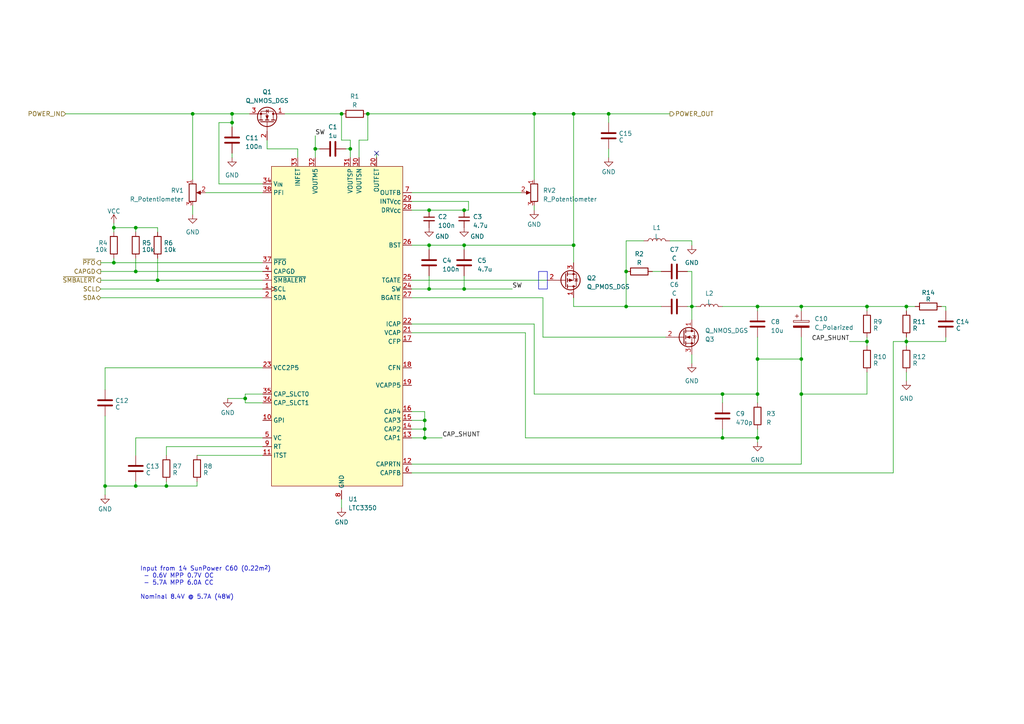
<source format=kicad_sch>
(kicad_sch (version 20221206) (generator eeschema)

  (uuid 4d9e4c23-5f46-4991-8ea2-3fbe8e6217e4)

  (paper "A4")

  (lib_symbols
    (symbol "Device:C" (pin_numbers hide) (pin_names (offset 0.254)) (in_bom yes) (on_board yes)
      (property "Reference" "C" (at 0.635 2.54 0)
        (effects (font (size 1.27 1.27)) (justify left))
      )
      (property "Value" "C" (at 0.635 -2.54 0)
        (effects (font (size 1.27 1.27)) (justify left))
      )
      (property "Footprint" "" (at 0.9652 -3.81 0)
        (effects (font (size 1.27 1.27)) hide)
      )
      (property "Datasheet" "~" (at 0 0 0)
        (effects (font (size 1.27 1.27)) hide)
      )
      (property "ki_keywords" "cap capacitor" (at 0 0 0)
        (effects (font (size 1.27 1.27)) hide)
      )
      (property "ki_description" "Unpolarized capacitor" (at 0 0 0)
        (effects (font (size 1.27 1.27)) hide)
      )
      (property "ki_fp_filters" "C_*" (at 0 0 0)
        (effects (font (size 1.27 1.27)) hide)
      )
      (symbol "C_0_1"
        (polyline
          (pts
            (xy -2.032 -0.762)
            (xy 2.032 -0.762)
          )
          (stroke (width 0.508) (type default))
          (fill (type none))
        )
        (polyline
          (pts
            (xy -2.032 0.762)
            (xy 2.032 0.762)
          )
          (stroke (width 0.508) (type default))
          (fill (type none))
        )
      )
      (symbol "C_1_1"
        (pin passive line (at 0 3.81 270) (length 2.794)
          (name "~" (effects (font (size 1.27 1.27))))
          (number "1" (effects (font (size 1.27 1.27))))
        )
        (pin passive line (at 0 -3.81 90) (length 2.794)
          (name "~" (effects (font (size 1.27 1.27))))
          (number "2" (effects (font (size 1.27 1.27))))
        )
      )
    )
    (symbol "Device:C_Polarized" (pin_numbers hide) (pin_names (offset 0.254)) (in_bom yes) (on_board yes)
      (property "Reference" "C" (at 0.635 2.54 0)
        (effects (font (size 1.27 1.27)) (justify left))
      )
      (property "Value" "C_Polarized" (at 0.635 -2.54 0)
        (effects (font (size 1.27 1.27)) (justify left))
      )
      (property "Footprint" "" (at 0.9652 -3.81 0)
        (effects (font (size 1.27 1.27)) hide)
      )
      (property "Datasheet" "~" (at 0 0 0)
        (effects (font (size 1.27 1.27)) hide)
      )
      (property "ki_keywords" "cap capacitor" (at 0 0 0)
        (effects (font (size 1.27 1.27)) hide)
      )
      (property "ki_description" "Polarized capacitor" (at 0 0 0)
        (effects (font (size 1.27 1.27)) hide)
      )
      (property "ki_fp_filters" "CP_*" (at 0 0 0)
        (effects (font (size 1.27 1.27)) hide)
      )
      (symbol "C_Polarized_0_1"
        (rectangle (start -2.286 0.508) (end 2.286 1.016)
          (stroke (width 0) (type default))
          (fill (type none))
        )
        (polyline
          (pts
            (xy -1.778 2.286)
            (xy -0.762 2.286)
          )
          (stroke (width 0) (type default))
          (fill (type none))
        )
        (polyline
          (pts
            (xy -1.27 2.794)
            (xy -1.27 1.778)
          )
          (stroke (width 0) (type default))
          (fill (type none))
        )
        (rectangle (start 2.286 -0.508) (end -2.286 -1.016)
          (stroke (width 0) (type default))
          (fill (type outline))
        )
      )
      (symbol "C_Polarized_1_1"
        (pin passive line (at 0 3.81 270) (length 2.794)
          (name "~" (effects (font (size 1.27 1.27))))
          (number "1" (effects (font (size 1.27 1.27))))
        )
        (pin passive line (at 0 -3.81 90) (length 2.794)
          (name "~" (effects (font (size 1.27 1.27))))
          (number "2" (effects (font (size 1.27 1.27))))
        )
      )
    )
    (symbol "Device:C_Small" (pin_numbers hide) (pin_names (offset 0.254) hide) (in_bom yes) (on_board yes)
      (property "Reference" "C" (at 0.254 1.778 0)
        (effects (font (size 1.27 1.27)) (justify left))
      )
      (property "Value" "C_Small" (at 0.254 -2.032 0)
        (effects (font (size 1.27 1.27)) (justify left))
      )
      (property "Footprint" "" (at 0 0 0)
        (effects (font (size 1.27 1.27)) hide)
      )
      (property "Datasheet" "~" (at 0 0 0)
        (effects (font (size 1.27 1.27)) hide)
      )
      (property "ki_keywords" "capacitor cap" (at 0 0 0)
        (effects (font (size 1.27 1.27)) hide)
      )
      (property "ki_description" "Unpolarized capacitor, small symbol" (at 0 0 0)
        (effects (font (size 1.27 1.27)) hide)
      )
      (property "ki_fp_filters" "C_*" (at 0 0 0)
        (effects (font (size 1.27 1.27)) hide)
      )
      (symbol "C_Small_0_1"
        (polyline
          (pts
            (xy -1.524 -0.508)
            (xy 1.524 -0.508)
          )
          (stroke (width 0.3302) (type default))
          (fill (type none))
        )
        (polyline
          (pts
            (xy -1.524 0.508)
            (xy 1.524 0.508)
          )
          (stroke (width 0.3048) (type default))
          (fill (type none))
        )
      )
      (symbol "C_Small_1_1"
        (pin passive line (at 0 2.54 270) (length 2.032)
          (name "~" (effects (font (size 1.27 1.27))))
          (number "1" (effects (font (size 1.27 1.27))))
        )
        (pin passive line (at 0 -2.54 90) (length 2.032)
          (name "~" (effects (font (size 1.27 1.27))))
          (number "2" (effects (font (size 1.27 1.27))))
        )
      )
    )
    (symbol "Device:L" (pin_numbers hide) (pin_names (offset 1.016) hide) (in_bom yes) (on_board yes)
      (property "Reference" "L" (at -1.27 0 90)
        (effects (font (size 1.27 1.27)))
      )
      (property "Value" "L" (at 1.905 0 90)
        (effects (font (size 1.27 1.27)))
      )
      (property "Footprint" "" (at 0 0 0)
        (effects (font (size 1.27 1.27)) hide)
      )
      (property "Datasheet" "~" (at 0 0 0)
        (effects (font (size 1.27 1.27)) hide)
      )
      (property "ki_keywords" "inductor choke coil reactor magnetic" (at 0 0 0)
        (effects (font (size 1.27 1.27)) hide)
      )
      (property "ki_description" "Inductor" (at 0 0 0)
        (effects (font (size 1.27 1.27)) hide)
      )
      (property "ki_fp_filters" "Choke_* *Coil* Inductor_* L_*" (at 0 0 0)
        (effects (font (size 1.27 1.27)) hide)
      )
      (symbol "L_0_1"
        (arc (start 0 -2.54) (mid 0.6323 -1.905) (end 0 -1.27)
          (stroke (width 0) (type default))
          (fill (type none))
        )
        (arc (start 0 -1.27) (mid 0.6323 -0.635) (end 0 0)
          (stroke (width 0) (type default))
          (fill (type none))
        )
        (arc (start 0 0) (mid 0.6323 0.635) (end 0 1.27)
          (stroke (width 0) (type default))
          (fill (type none))
        )
        (arc (start 0 1.27) (mid 0.6323 1.905) (end 0 2.54)
          (stroke (width 0) (type default))
          (fill (type none))
        )
      )
      (symbol "L_1_1"
        (pin passive line (at 0 3.81 270) (length 1.27)
          (name "1" (effects (font (size 1.27 1.27))))
          (number "1" (effects (font (size 1.27 1.27))))
        )
        (pin passive line (at 0 -3.81 90) (length 1.27)
          (name "2" (effects (font (size 1.27 1.27))))
          (number "2" (effects (font (size 1.27 1.27))))
        )
      )
    )
    (symbol "Device:Q_NMOS_DGS" (pin_names (offset 0) hide) (in_bom yes) (on_board yes)
      (property "Reference" "Q" (at 5.08 1.27 0)
        (effects (font (size 1.27 1.27)) (justify left))
      )
      (property "Value" "Q_NMOS_DGS" (at 5.08 -1.27 0)
        (effects (font (size 1.27 1.27)) (justify left))
      )
      (property "Footprint" "" (at 5.08 2.54 0)
        (effects (font (size 1.27 1.27)) hide)
      )
      (property "Datasheet" "~" (at 0 0 0)
        (effects (font (size 1.27 1.27)) hide)
      )
      (property "ki_keywords" "transistor NMOS N-MOS N-MOSFET" (at 0 0 0)
        (effects (font (size 1.27 1.27)) hide)
      )
      (property "ki_description" "N-MOSFET transistor, drain/gate/source" (at 0 0 0)
        (effects (font (size 1.27 1.27)) hide)
      )
      (symbol "Q_NMOS_DGS_0_1"
        (polyline
          (pts
            (xy 0.254 0)
            (xy -2.54 0)
          )
          (stroke (width 0) (type default))
          (fill (type none))
        )
        (polyline
          (pts
            (xy 0.254 1.905)
            (xy 0.254 -1.905)
          )
          (stroke (width 0.254) (type default))
          (fill (type none))
        )
        (polyline
          (pts
            (xy 0.762 -1.27)
            (xy 0.762 -2.286)
          )
          (stroke (width 0.254) (type default))
          (fill (type none))
        )
        (polyline
          (pts
            (xy 0.762 0.508)
            (xy 0.762 -0.508)
          )
          (stroke (width 0.254) (type default))
          (fill (type none))
        )
        (polyline
          (pts
            (xy 0.762 2.286)
            (xy 0.762 1.27)
          )
          (stroke (width 0.254) (type default))
          (fill (type none))
        )
        (polyline
          (pts
            (xy 2.54 2.54)
            (xy 2.54 1.778)
          )
          (stroke (width 0) (type default))
          (fill (type none))
        )
        (polyline
          (pts
            (xy 2.54 -2.54)
            (xy 2.54 0)
            (xy 0.762 0)
          )
          (stroke (width 0) (type default))
          (fill (type none))
        )
        (polyline
          (pts
            (xy 0.762 -1.778)
            (xy 3.302 -1.778)
            (xy 3.302 1.778)
            (xy 0.762 1.778)
          )
          (stroke (width 0) (type default))
          (fill (type none))
        )
        (polyline
          (pts
            (xy 1.016 0)
            (xy 2.032 0.381)
            (xy 2.032 -0.381)
            (xy 1.016 0)
          )
          (stroke (width 0) (type default))
          (fill (type outline))
        )
        (polyline
          (pts
            (xy 2.794 0.508)
            (xy 2.921 0.381)
            (xy 3.683 0.381)
            (xy 3.81 0.254)
          )
          (stroke (width 0) (type default))
          (fill (type none))
        )
        (polyline
          (pts
            (xy 3.302 0.381)
            (xy 2.921 -0.254)
            (xy 3.683 -0.254)
            (xy 3.302 0.381)
          )
          (stroke (width 0) (type default))
          (fill (type none))
        )
        (circle (center 1.651 0) (radius 2.794)
          (stroke (width 0.254) (type default))
          (fill (type none))
        )
        (circle (center 2.54 -1.778) (radius 0.254)
          (stroke (width 0) (type default))
          (fill (type outline))
        )
        (circle (center 2.54 1.778) (radius 0.254)
          (stroke (width 0) (type default))
          (fill (type outline))
        )
      )
      (symbol "Q_NMOS_DGS_1_1"
        (pin passive line (at 2.54 5.08 270) (length 2.54)
          (name "D" (effects (font (size 1.27 1.27))))
          (number "1" (effects (font (size 1.27 1.27))))
        )
        (pin input line (at -5.08 0 0) (length 2.54)
          (name "G" (effects (font (size 1.27 1.27))))
          (number "2" (effects (font (size 1.27 1.27))))
        )
        (pin passive line (at 2.54 -5.08 90) (length 2.54)
          (name "S" (effects (font (size 1.27 1.27))))
          (number "3" (effects (font (size 1.27 1.27))))
        )
      )
    )
    (symbol "Device:Q_PMOS_DGS" (pin_names (offset 0) hide) (in_bom yes) (on_board yes)
      (property "Reference" "Q" (at 5.08 1.27 0)
        (effects (font (size 1.27 1.27)) (justify left))
      )
      (property "Value" "Q_PMOS_DGS" (at 5.08 -1.27 0)
        (effects (font (size 1.27 1.27)) (justify left))
      )
      (property "Footprint" "" (at 5.08 2.54 0)
        (effects (font (size 1.27 1.27)) hide)
      )
      (property "Datasheet" "~" (at 0 0 0)
        (effects (font (size 1.27 1.27)) hide)
      )
      (property "ki_keywords" "transistor PMOS P-MOS P-MOSFET" (at 0 0 0)
        (effects (font (size 1.27 1.27)) hide)
      )
      (property "ki_description" "P-MOSFET transistor, drain/gate/source" (at 0 0 0)
        (effects (font (size 1.27 1.27)) hide)
      )
      (symbol "Q_PMOS_DGS_0_1"
        (polyline
          (pts
            (xy 0.254 0)
            (xy -2.54 0)
          )
          (stroke (width 0) (type default))
          (fill (type none))
        )
        (polyline
          (pts
            (xy 0.254 1.905)
            (xy 0.254 -1.905)
          )
          (stroke (width 0.254) (type default))
          (fill (type none))
        )
        (polyline
          (pts
            (xy 0.762 -1.27)
            (xy 0.762 -2.286)
          )
          (stroke (width 0.254) (type default))
          (fill (type none))
        )
        (polyline
          (pts
            (xy 0.762 0.508)
            (xy 0.762 -0.508)
          )
          (stroke (width 0.254) (type default))
          (fill (type none))
        )
        (polyline
          (pts
            (xy 0.762 2.286)
            (xy 0.762 1.27)
          )
          (stroke (width 0.254) (type default))
          (fill (type none))
        )
        (polyline
          (pts
            (xy 2.54 2.54)
            (xy 2.54 1.778)
          )
          (stroke (width 0) (type default))
          (fill (type none))
        )
        (polyline
          (pts
            (xy 2.54 -2.54)
            (xy 2.54 0)
            (xy 0.762 0)
          )
          (stroke (width 0) (type default))
          (fill (type none))
        )
        (polyline
          (pts
            (xy 0.762 1.778)
            (xy 3.302 1.778)
            (xy 3.302 -1.778)
            (xy 0.762 -1.778)
          )
          (stroke (width 0) (type default))
          (fill (type none))
        )
        (polyline
          (pts
            (xy 2.286 0)
            (xy 1.27 0.381)
            (xy 1.27 -0.381)
            (xy 2.286 0)
          )
          (stroke (width 0) (type default))
          (fill (type outline))
        )
        (polyline
          (pts
            (xy 2.794 -0.508)
            (xy 2.921 -0.381)
            (xy 3.683 -0.381)
            (xy 3.81 -0.254)
          )
          (stroke (width 0) (type default))
          (fill (type none))
        )
        (polyline
          (pts
            (xy 3.302 -0.381)
            (xy 2.921 0.254)
            (xy 3.683 0.254)
            (xy 3.302 -0.381)
          )
          (stroke (width 0) (type default))
          (fill (type none))
        )
        (circle (center 1.651 0) (radius 2.794)
          (stroke (width 0.254) (type default))
          (fill (type none))
        )
        (circle (center 2.54 -1.778) (radius 0.254)
          (stroke (width 0) (type default))
          (fill (type outline))
        )
        (circle (center 2.54 1.778) (radius 0.254)
          (stroke (width 0) (type default))
          (fill (type outline))
        )
      )
      (symbol "Q_PMOS_DGS_1_1"
        (pin passive line (at 2.54 5.08 270) (length 2.54)
          (name "D" (effects (font (size 1.27 1.27))))
          (number "1" (effects (font (size 1.27 1.27))))
        )
        (pin input line (at -5.08 0 0) (length 2.54)
          (name "G" (effects (font (size 1.27 1.27))))
          (number "2" (effects (font (size 1.27 1.27))))
        )
        (pin passive line (at 2.54 -5.08 90) (length 2.54)
          (name "S" (effects (font (size 1.27 1.27))))
          (number "3" (effects (font (size 1.27 1.27))))
        )
      )
    )
    (symbol "Device:R" (pin_numbers hide) (pin_names (offset 0)) (in_bom yes) (on_board yes)
      (property "Reference" "R" (at 2.032 0 90)
        (effects (font (size 1.27 1.27)))
      )
      (property "Value" "R" (at 0 0 90)
        (effects (font (size 1.27 1.27)))
      )
      (property "Footprint" "" (at -1.778 0 90)
        (effects (font (size 1.27 1.27)) hide)
      )
      (property "Datasheet" "~" (at 0 0 0)
        (effects (font (size 1.27 1.27)) hide)
      )
      (property "ki_keywords" "R res resistor" (at 0 0 0)
        (effects (font (size 1.27 1.27)) hide)
      )
      (property "ki_description" "Resistor" (at 0 0 0)
        (effects (font (size 1.27 1.27)) hide)
      )
      (property "ki_fp_filters" "R_*" (at 0 0 0)
        (effects (font (size 1.27 1.27)) hide)
      )
      (symbol "R_0_1"
        (rectangle (start -1.016 -2.54) (end 1.016 2.54)
          (stroke (width 0.254) (type default))
          (fill (type none))
        )
      )
      (symbol "R_1_1"
        (pin passive line (at 0 3.81 270) (length 1.27)
          (name "~" (effects (font (size 1.27 1.27))))
          (number "1" (effects (font (size 1.27 1.27))))
        )
        (pin passive line (at 0 -3.81 90) (length 1.27)
          (name "~" (effects (font (size 1.27 1.27))))
          (number "2" (effects (font (size 1.27 1.27))))
        )
      )
    )
    (symbol "Device:R_Potentiometer" (pin_names (offset 1.016) hide) (in_bom yes) (on_board yes)
      (property "Reference" "RV" (at -4.445 0 90)
        (effects (font (size 1.27 1.27)))
      )
      (property "Value" "R_Potentiometer" (at -2.54 0 90)
        (effects (font (size 1.27 1.27)))
      )
      (property "Footprint" "" (at 0 0 0)
        (effects (font (size 1.27 1.27)) hide)
      )
      (property "Datasheet" "~" (at 0 0 0)
        (effects (font (size 1.27 1.27)) hide)
      )
      (property "ki_keywords" "resistor variable" (at 0 0 0)
        (effects (font (size 1.27 1.27)) hide)
      )
      (property "ki_description" "Potentiometer" (at 0 0 0)
        (effects (font (size 1.27 1.27)) hide)
      )
      (property "ki_fp_filters" "Potentiometer*" (at 0 0 0)
        (effects (font (size 1.27 1.27)) hide)
      )
      (symbol "R_Potentiometer_0_1"
        (polyline
          (pts
            (xy 2.54 0)
            (xy 1.524 0)
          )
          (stroke (width 0) (type default))
          (fill (type none))
        )
        (polyline
          (pts
            (xy 1.143 0)
            (xy 2.286 0.508)
            (xy 2.286 -0.508)
            (xy 1.143 0)
          )
          (stroke (width 0) (type default))
          (fill (type outline))
        )
        (rectangle (start 1.016 2.54) (end -1.016 -2.54)
          (stroke (width 0.254) (type default))
          (fill (type none))
        )
      )
      (symbol "R_Potentiometer_1_1"
        (pin passive line (at 0 3.81 270) (length 1.27)
          (name "1" (effects (font (size 1.27 1.27))))
          (number "1" (effects (font (size 1.27 1.27))))
        )
        (pin passive line (at 3.81 0 180) (length 1.27)
          (name "2" (effects (font (size 1.27 1.27))))
          (number "2" (effects (font (size 1.27 1.27))))
        )
        (pin passive line (at 0 -3.81 90) (length 1.27)
          (name "3" (effects (font (size 1.27 1.27))))
          (number "3" (effects (font (size 1.27 1.27))))
        )
      )
    )
    (symbol "ltc3350_psu:LTC3350" (in_bom yes) (on_board yes)
      (property "Reference" "U" (at 0 0 0)
        (effects (font (size 1.27 1.27)))
      )
      (property "Value" "LTC3350" (at 0 0 0)
        (effects (font (size 1.27 1.27)))
      )
      (property "Footprint" "Package_DFN_QFN:QFN-38-1EP_5x7mm_P0.5mm_EP3.15x5.15mm" (at 0 0 0)
        (effects (font (size 1.27 1.27)) hide)
      )
      (property "Datasheet" "https://www.analog.com/media/en/technical-documentation/data-sheets/ltc3350.pdf" (at 0 0 0)
        (effects (font (size 1.27 1.27)) hide)
      )
      (property "ki_keywords" "supercapacitor power pmic backup" (at 0 0 0)
        (effects (font (size 1.27 1.27)) hide)
      )
      (property "ki_description" "High Current Supercapacitor Backup Controller and System Monitor, QFN-38-1EP" (at 0 0 0)
        (effects (font (size 1.27 1.27)) hide)
      )
      (property "ki_fp_filters" "QFN*1EP*5x7mm*P0.5mm*" (at 0 0 0)
        (effects (font (size 1.27 1.27)) hide)
      )
      (symbol "LTC3350_0_0"
        (pin input clock (at -22.86 10.16 0) (length 2.54)
          (name "SCL" (effects (font (size 1.27 1.27))))
          (number "1" (effects (font (size 1.27 1.27))))
        )
        (pin input line (at -22.86 -27.94 0) (length 2.54)
          (name "GPI" (effects (font (size 1.27 1.27))))
          (number "10" (effects (font (size 1.27 1.27))))
        )
        (pin output line (at -22.86 -38.1 0) (length 2.54)
          (name "ITST" (effects (font (size 1.27 1.27))))
          (number "11" (effects (font (size 1.27 1.27))))
        )
        (pin input line (at 20.32 -40.64 180) (length 2.54)
          (name "CAPRTN" (effects (font (size 1.27 1.27))))
          (number "12" (effects (font (size 1.27 1.27))))
        )
        (pin input line (at 20.32 -33.02 180) (length 2.54)
          (name "CAP1" (effects (font (size 1.27 1.27))))
          (number "13" (effects (font (size 1.27 1.27))))
        )
        (pin input line (at 20.32 -30.48 180) (length 2.54)
          (name "CAP2" (effects (font (size 1.27 1.27))))
          (number "14" (effects (font (size 1.27 1.27))))
        )
        (pin input line (at 20.32 -27.94 180) (length 2.54)
          (name "CAP3" (effects (font (size 1.27 1.27))))
          (number "15" (effects (font (size 1.27 1.27))))
        )
        (pin input line (at 20.32 -25.4 180) (length 2.54)
          (name "CAP4" (effects (font (size 1.27 1.27))))
          (number "16" (effects (font (size 1.27 1.27))))
        )
        (pin power_out line (at 20.32 -5.08 180) (length 2.54)
          (name "CFP" (effects (font (size 1.27 1.27))))
          (number "17" (effects (font (size 1.27 1.27))))
        )
        (pin power_out line (at 20.32 -12.7 180) (length 2.54)
          (name "CFN" (effects (font (size 1.27 1.27))))
          (number "18" (effects (font (size 1.27 1.27))))
        )
        (pin power_out line (at 20.32 -17.78 180) (length 2.54)
          (name "VCAPP5" (effects (font (size 1.27 1.27))))
          (number "19" (effects (font (size 1.27 1.27))))
        )
        (pin bidirectional line (at -22.86 7.62 0) (length 2.54)
          (name "SDA" (effects (font (size 1.27 1.27))))
          (number "2" (effects (font (size 1.27 1.27))))
        )
        (pin output line (at 10.16 48.26 270) (length 2.54)
          (name "OUTFET" (effects (font (size 1.27 1.27))))
          (number "20" (effects (font (size 1.27 1.27))))
        )
        (pin input line (at 20.32 -2.54 180) (length 2.54)
          (name "VCAP" (effects (font (size 1.27 1.27))))
          (number "21" (effects (font (size 1.27 1.27))))
        )
        (pin input line (at 20.32 0 180) (length 2.54)
          (name "ICAP" (effects (font (size 1.27 1.27))))
          (number "22" (effects (font (size 1.27 1.27))))
        )
        (pin power_out line (at -22.86 -12.7 0) (length 2.54)
          (name "VCC2P5" (effects (font (size 1.27 1.27))))
          (number "23" (effects (font (size 1.27 1.27))))
        )
        (pin passive line (at 20.32 10.16 180) (length 2.54)
          (name "SW" (effects (font (size 1.27 1.27))))
          (number "24" (effects (font (size 1.27 1.27))))
        )
        (pin output line (at 20.32 12.7 180) (length 2.54)
          (name "TGATE" (effects (font (size 1.27 1.27))))
          (number "25" (effects (font (size 1.27 1.27))))
        )
        (pin power_out line (at 20.32 22.86 180) (length 2.54)
          (name "BST" (effects (font (size 1.27 1.27))))
          (number "26" (effects (font (size 1.27 1.27))))
        )
        (pin output line (at 20.32 7.62 180) (length 2.54)
          (name "BGATE" (effects (font (size 1.27 1.27))))
          (number "27" (effects (font (size 1.27 1.27))))
        )
        (pin power_in line (at 20.32 33.02 180) (length 2.54)
          (name "DRV_{CC}" (effects (font (size 1.27 1.27))))
          (number "28" (effects (font (size 1.27 1.27))))
        )
        (pin power_out line (at 20.32 35.56 180) (length 2.54)
          (name "INTV_{CC}" (effects (font (size 1.27 1.27))))
          (number "29" (effects (font (size 1.27 1.27))))
        )
        (pin open_collector line (at -22.86 12.7 0) (length 2.54)
          (name "~{SMBALERT}" (effects (font (size 1.27 1.27))))
          (number "3" (effects (font (size 1.27 1.27))))
        )
        (pin input line (at 5.08 48.26 270) (length 2.54)
          (name "VOUTSN" (effects (font (size 1.27 1.27))))
          (number "30" (effects (font (size 1.27 1.27))))
        )
        (pin input line (at 2.54 48.26 270) (length 2.54)
          (name "VOUTSP" (effects (font (size 1.27 1.27))))
          (number "31" (effects (font (size 1.27 1.27))))
        )
        (pin power_out line (at -7.62 48.26 270) (length 2.54)
          (name "VOUTM5" (effects (font (size 1.27 1.27))))
          (number "32" (effects (font (size 1.27 1.27))))
        )
        (pin output line (at -12.7 48.26 270) (length 2.54)
          (name "INFET" (effects (font (size 1.27 1.27))))
          (number "33" (effects (font (size 1.27 1.27))))
        )
        (pin power_in line (at -22.86 40.64 0) (length 2.54)
          (name "V_{IN}" (effects (font (size 1.27 1.27))))
          (number "34" (effects (font (size 1.27 1.27))))
        )
        (pin input line (at -22.86 -20.32 0) (length 2.54)
          (name "CAP_SLCT0" (effects (font (size 1.27 1.27))))
          (number "35" (effects (font (size 1.27 1.27))))
        )
        (pin input line (at -22.86 -22.86 0) (length 2.54)
          (name "CAP_SLCT1" (effects (font (size 1.27 1.27))))
          (number "36" (effects (font (size 1.27 1.27))))
        )
        (pin open_collector line (at -22.86 17.78 0) (length 2.54)
          (name "~{PFO}" (effects (font (size 1.27 1.27))))
          (number "37" (effects (font (size 1.27 1.27))))
        )
        (pin input line (at -22.86 38.1 0) (length 2.54)
          (name "PFI" (effects (font (size 1.27 1.27))))
          (number "38" (effects (font (size 1.27 1.27))))
        )
        (pin passive line (at 0 -50.8 90) (length 2.54) hide
          (name "GND" (effects (font (size 1.27 1.27))))
          (number "39" (effects (font (size 1.27 1.27))))
        )
        (pin open_collector line (at -22.86 15.24 0) (length 2.54)
          (name "CAPGD" (effects (font (size 1.27 1.27))))
          (number "4" (effects (font (size 1.27 1.27))))
        )
        (pin output line (at -22.86 -33.02 0) (length 2.54)
          (name "VC" (effects (font (size 1.27 1.27))))
          (number "5" (effects (font (size 1.27 1.27))))
        )
        (pin input line (at 20.32 -43.18 180) (length 2.54)
          (name "CAPFB" (effects (font (size 1.27 1.27))))
          (number "6" (effects (font (size 1.27 1.27))))
        )
        (pin input line (at 20.32 38.1 180) (length 2.54)
          (name "OUTFB" (effects (font (size 1.27 1.27))))
          (number "7" (effects (font (size 1.27 1.27))))
        )
        (pin power_in line (at 0 -50.8 90) (length 2.54)
          (name "GND" (effects (font (size 1.27 1.27))))
          (number "8" (effects (font (size 1.27 1.27))))
        )
        (pin output line (at -22.86 -35.56 0) (length 2.54)
          (name "RT" (effects (font (size 1.27 1.27))))
          (number "9" (effects (font (size 1.27 1.27))))
        )
      )
      (symbol "LTC3350_0_1"
        (rectangle (start -20.32 45.72) (end 17.78 -46.99)
          (stroke (width 0) (type default))
          (fill (type background))
        )
      )
    )
    (symbol "power:GND" (power) (pin_names (offset 0)) (in_bom yes) (on_board yes)
      (property "Reference" "#PWR" (at 0 -6.35 0)
        (effects (font (size 1.27 1.27)) hide)
      )
      (property "Value" "GND" (at 0 -3.81 0)
        (effects (font (size 1.27 1.27)))
      )
      (property "Footprint" "" (at 0 0 0)
        (effects (font (size 1.27 1.27)) hide)
      )
      (property "Datasheet" "" (at 0 0 0)
        (effects (font (size 1.27 1.27)) hide)
      )
      (property "ki_keywords" "global power" (at 0 0 0)
        (effects (font (size 1.27 1.27)) hide)
      )
      (property "ki_description" "Power symbol creates a global label with name \"GND\" , ground" (at 0 0 0)
        (effects (font (size 1.27 1.27)) hide)
      )
      (symbol "GND_0_1"
        (polyline
          (pts
            (xy 0 0)
            (xy 0 -1.27)
            (xy 1.27 -1.27)
            (xy 0 -2.54)
            (xy -1.27 -1.27)
            (xy 0 -1.27)
          )
          (stroke (width 0) (type default))
          (fill (type none))
        )
      )
      (symbol "GND_1_1"
        (pin power_in line (at 0 0 270) (length 0) hide
          (name "GND" (effects (font (size 1.27 1.27))))
          (number "1" (effects (font (size 1.27 1.27))))
        )
      )
    )
    (symbol "power:VCC" (power) (pin_names (offset 0)) (in_bom yes) (on_board yes)
      (property "Reference" "#PWR" (at 0 -3.81 0)
        (effects (font (size 1.27 1.27)) hide)
      )
      (property "Value" "VCC" (at 0 3.81 0)
        (effects (font (size 1.27 1.27)))
      )
      (property "Footprint" "" (at 0 0 0)
        (effects (font (size 1.27 1.27)) hide)
      )
      (property "Datasheet" "" (at 0 0 0)
        (effects (font (size 1.27 1.27)) hide)
      )
      (property "ki_keywords" "global power" (at 0 0 0)
        (effects (font (size 1.27 1.27)) hide)
      )
      (property "ki_description" "Power symbol creates a global label with name \"VCC\"" (at 0 0 0)
        (effects (font (size 1.27 1.27)) hide)
      )
      (symbol "VCC_0_1"
        (polyline
          (pts
            (xy -0.762 1.27)
            (xy 0 2.54)
          )
          (stroke (width 0) (type default))
          (fill (type none))
        )
        (polyline
          (pts
            (xy 0 0)
            (xy 0 2.54)
          )
          (stroke (width 0) (type default))
          (fill (type none))
        )
        (polyline
          (pts
            (xy 0 2.54)
            (xy 0.762 1.27)
          )
          (stroke (width 0) (type default))
          (fill (type none))
        )
      )
      (symbol "VCC_1_1"
        (pin power_in line (at 0 0 90) (length 0) hide
          (name "VCC" (effects (font (size 1.27 1.27))))
          (number "1" (effects (font (size 1.27 1.27))))
        )
      )
    )
  )

  (junction (at 101.6 43.18) (diameter 0) (color 0 0 0 0)
    (uuid 00182ecc-7393-4514-a9aa-b861691ec47f)
  )
  (junction (at 123.19 121.92) (diameter 0) (color 0 0 0 0)
    (uuid 01c60ef3-f424-4616-8962-b1a4b38ed68f)
  )
  (junction (at 30.48 140.97) (diameter 0) (color 0 0 0 0)
    (uuid 02e1600c-21ad-4140-b721-04268d02d73d)
  )
  (junction (at 124.46 60.96) (diameter 0) (color 0 0 0 0)
    (uuid 04000fb5-f526-45d0-baff-279201c8db71)
  )
  (junction (at 134.62 83.82) (diameter 0) (color 0 0 0 0)
    (uuid 05a73ced-ff36-4b25-8754-2acb74de7175)
  )
  (junction (at 45.72 81.28) (diameter 0) (color 0 0 0 0)
    (uuid 06b38c5c-218f-4914-8a7c-1f3b7cefd2db)
  )
  (junction (at 209.55 127) (diameter 0) (color 0 0 0 0)
    (uuid 0ad73791-c667-495a-912d-656360721811)
  )
  (junction (at 91.44 43.18) (diameter 0) (color 0 0 0 0)
    (uuid 16801413-8e1b-466a-96ec-ab479b8d2d01)
  )
  (junction (at 181.61 88.9) (diameter 0) (color 0 0 0 0)
    (uuid 1926b3b7-5c3c-47e6-8cd3-5b04a40ae631)
  )
  (junction (at 134.62 60.96) (diameter 0) (color 0 0 0 0)
    (uuid 1c77d14e-9342-42c1-84ea-117bfba510eb)
  )
  (junction (at 262.89 88.9) (diameter 0) (color 0 0 0 0)
    (uuid 37df256f-60f8-4ef8-bd8c-c60215264dff)
  )
  (junction (at 176.53 33.02) (diameter 0) (color 0 0 0 0)
    (uuid 49892cd9-b52b-4611-9706-4715422ac7ff)
  )
  (junction (at 209.55 114.3) (diameter 0) (color 0 0 0 0)
    (uuid 4d592266-81c0-4464-a8fe-4cf2a442f9b4)
  )
  (junction (at 219.71 114.3) (diameter 0) (color 0 0 0 0)
    (uuid 4dbf45d6-8ac7-4d0b-baa4-4c79307a3274)
  )
  (junction (at 71.12 115.57) (diameter 0) (color 0 0 0 0)
    (uuid 5c3c5814-7705-4133-ae42-f844f957d9e2)
  )
  (junction (at 166.37 33.02) (diameter 0) (color 0 0 0 0)
    (uuid 5d98b113-4cf2-4353-8cf2-06c73be224da)
  )
  (junction (at 67.31 33.02) (diameter 0) (color 0 0 0 0)
    (uuid 603d551b-9571-4316-8e4f-a57101e83806)
  )
  (junction (at 154.94 33.02) (diameter 0) (color 0 0 0 0)
    (uuid 690da531-8dc8-438a-9329-71ee15bd08f1)
  )
  (junction (at 219.71 127) (diameter 0) (color 0 0 0 0)
    (uuid 77b8c8c2-4e19-4fea-8727-99cd9956cf42)
  )
  (junction (at 33.02 76.2) (diameter 0) (color 0 0 0 0)
    (uuid 7be8388f-e426-4db4-8c72-b3a4387938eb)
  )
  (junction (at 123.19 127) (diameter 0) (color 0 0 0 0)
    (uuid 866cf1df-b97f-4046-bbe9-e62f29ebaa17)
  )
  (junction (at 181.61 78.74) (diameter 0) (color 0 0 0 0)
    (uuid 8828690d-91f9-49f0-acc1-1beab885286a)
  )
  (junction (at 200.66 88.9) (diameter 0) (color 0 0 0 0)
    (uuid 88c0395a-57c1-4236-b0ee-8627e447daaa)
  )
  (junction (at 251.46 99.06) (diameter 0) (color 0 0 0 0)
    (uuid 956d2d90-1e36-4702-aae4-fccc68b00c45)
  )
  (junction (at 39.37 66.04) (diameter 0) (color 0 0 0 0)
    (uuid a13a53fa-2e3a-4e1e-87e2-fdbc08147dca)
  )
  (junction (at 166.37 71.12) (diameter 0) (color 0 0 0 0)
    (uuid a377e627-1392-4422-81ed-0d407d1ddff7)
  )
  (junction (at 232.41 88.9) (diameter 0) (color 0 0 0 0)
    (uuid aaabeb50-9af5-49bb-be3b-efea5fe0e292)
  )
  (junction (at 124.46 71.12) (diameter 0) (color 0 0 0 0)
    (uuid acbdfe54-3d72-4e6a-bd3a-0af6b67ff4bb)
  )
  (junction (at 39.37 140.97) (diameter 0) (color 0 0 0 0)
    (uuid b25749ee-edd8-43bb-9f75-f4d6a70dc850)
  )
  (junction (at 48.26 140.97) (diameter 0) (color 0 0 0 0)
    (uuid b3a2f6f0-4c83-4dab-a41b-d33cc8af37ca)
  )
  (junction (at 123.19 124.46) (diameter 0) (color 0 0 0 0)
    (uuid b44a9b79-e01c-4288-8bed-f0358ed6054c)
  )
  (junction (at 55.88 33.02) (diameter 0) (color 0 0 0 0)
    (uuid b73d6863-6a95-45d6-8590-4c7fcd528213)
  )
  (junction (at 134.62 71.12) (diameter 0) (color 0 0 0 0)
    (uuid bc08e3ba-0e97-4c0a-bb63-fc37d551bd5c)
  )
  (junction (at 67.31 35.56) (diameter 0) (color 0 0 0 0)
    (uuid c20d0232-c6e2-4e35-90cb-2909fc1536db)
  )
  (junction (at 33.02 66.04) (diameter 0) (color 0 0 0 0)
    (uuid c2622b4b-01d9-400d-97d9-ed17a5ca8bce)
  )
  (junction (at 251.46 88.9) (diameter 0) (color 0 0 0 0)
    (uuid c421e075-5ed4-43dd-be93-a65aa81c710d)
  )
  (junction (at 232.41 104.14) (diameter 0) (color 0 0 0 0)
    (uuid c6d4709c-f6ca-4ea4-89b1-b4dd8d8cf197)
  )
  (junction (at 262.89 99.06) (diameter 0) (color 0 0 0 0)
    (uuid d1d38d82-8d39-4880-aca3-2c02a366223a)
  )
  (junction (at 99.06 33.02) (diameter 0) (color 0 0 0 0)
    (uuid d1ded065-9308-4013-aecc-a96e1a6b1829)
  )
  (junction (at 39.37 78.74) (diameter 0) (color 0 0 0 0)
    (uuid d3c5ae7e-173f-4abf-aa21-a7eaf4cfa4b0)
  )
  (junction (at 124.46 83.82) (diameter 0) (color 0 0 0 0)
    (uuid dc268cc7-42fc-4b58-8bda-4d8bca2b688f)
  )
  (junction (at 106.68 33.02) (diameter 0) (color 0 0 0 0)
    (uuid e2217441-f75d-4be2-8448-5442edbb51ee)
  )
  (junction (at 232.41 114.3) (diameter 0) (color 0 0 0 0)
    (uuid ed98cdf8-43e7-4e45-a362-06d332c768e3)
  )
  (junction (at 219.71 104.14) (diameter 0) (color 0 0 0 0)
    (uuid f59896d2-ad92-4bdc-8671-9321c7ad12d9)
  )
  (junction (at 219.71 88.9) (diameter 0) (color 0 0 0 0)
    (uuid fa682b02-8c22-4105-8a66-0ab0162f5fd9)
  )

  (no_connect (at 109.22 44.45) (uuid 538ff0bd-0c40-478d-8f58-28e00d6afdfb))

  (wire (pts (xy 219.71 114.3) (xy 219.71 116.84))
    (stroke (width 0) (type default))
    (uuid 00875048-9e3c-4d17-a8c7-fda52f40c770)
  )
  (wire (pts (xy 124.46 83.82) (xy 124.46 80.01))
    (stroke (width 0) (type default))
    (uuid 0472a11e-5947-4bfe-a503-13ceca47ec2a)
  )
  (wire (pts (xy 209.55 114.3) (xy 209.55 116.84))
    (stroke (width 0) (type default))
    (uuid 073eb21b-f6fd-4e3b-b3d0-01fabae931d9)
  )
  (wire (pts (xy 45.72 66.04) (xy 45.72 67.31))
    (stroke (width 0) (type default))
    (uuid 08cbe92a-6018-4b7f-883b-61b34caf6b85)
  )
  (wire (pts (xy 251.46 114.3) (xy 232.41 114.3))
    (stroke (width 0) (type default))
    (uuid 0909092f-d36a-4a57-a588-1a07b4e98046)
  )
  (wire (pts (xy 119.38 55.88) (xy 151.13 55.88))
    (stroke (width 0) (type default))
    (uuid 0a3bc8f6-71fe-4d85-9763-cac8632fbb77)
  )
  (wire (pts (xy 100.33 43.18) (xy 101.6 43.18))
    (stroke (width 0) (type default))
    (uuid 0a6ee7d9-2e2c-4783-b73a-5052747995c6)
  )
  (wire (pts (xy 30.48 120.65) (xy 30.48 140.97))
    (stroke (width 0) (type default))
    (uuid 0a88d8cd-a966-4295-a945-11e4dde81a2a)
  )
  (wire (pts (xy 101.6 40.64) (xy 101.6 43.18))
    (stroke (width 0) (type default))
    (uuid 0ee85bac-7376-491d-a7f9-49b765ea32ca)
  )
  (wire (pts (xy 33.02 76.2) (xy 76.2 76.2))
    (stroke (width 0) (type default))
    (uuid 0ef780d8-4f6c-40b9-86ea-20bc7cd69227)
  )
  (wire (pts (xy 119.38 96.52) (xy 152.4 96.52))
    (stroke (width 0) (type default))
    (uuid 0efb244c-926d-4090-8df1-6167c8d96e09)
  )
  (wire (pts (xy 29.21 76.2) (xy 33.02 76.2))
    (stroke (width 0) (type default))
    (uuid 11af0526-da9f-45fe-9a4c-bc2c6224f5b7)
  )
  (wire (pts (xy 119.38 124.46) (xy 123.19 124.46))
    (stroke (width 0) (type default))
    (uuid 14437d05-7675-4484-a042-1bddea8e525e)
  )
  (wire (pts (xy 30.48 113.03) (xy 30.48 106.68))
    (stroke (width 0) (type default))
    (uuid 145dc3a2-5e80-4346-ab09-1a5e2e902a0d)
  )
  (wire (pts (xy 181.61 69.85) (xy 181.61 78.74))
    (stroke (width 0) (type default))
    (uuid 14b73b6a-d33c-4399-a382-8d5b5023b77d)
  )
  (wire (pts (xy 251.46 97.79) (xy 251.46 99.06))
    (stroke (width 0) (type default))
    (uuid 1549ae2e-e7d6-423b-9450-4ee4da0c6358)
  )
  (wire (pts (xy 55.88 59.69) (xy 55.88 62.23))
    (stroke (width 0) (type default))
    (uuid 16a44215-7e7a-4b63-98e8-b22e1241e937)
  )
  (wire (pts (xy 232.41 104.14) (xy 219.71 104.14))
    (stroke (width 0) (type default))
    (uuid 16ec39ea-d17c-41ea-960a-13883148cda3)
  )
  (wire (pts (xy 124.46 60.96) (xy 134.62 60.96))
    (stroke (width 0) (type default))
    (uuid 18d38778-3c88-46fd-8803-615edbc557e6)
  )
  (wire (pts (xy 63.5 53.34) (xy 76.2 53.34))
    (stroke (width 0) (type default))
    (uuid 1e7d28c4-52ed-4a2e-b7bd-050f28208249)
  )
  (wire (pts (xy 71.12 116.84) (xy 76.2 116.84))
    (stroke (width 0) (type default))
    (uuid 21439f75-58ae-421a-b039-9f1404bb383d)
  )
  (wire (pts (xy 193.04 97.79) (xy 157.48 97.79))
    (stroke (width 0) (type default))
    (uuid 232cb40d-c522-45dc-9465-bedd341f0f24)
  )
  (wire (pts (xy 154.94 114.3) (xy 209.55 114.3))
    (stroke (width 0) (type default))
    (uuid 25fda7e0-bb23-47fd-b22b-39c2b8593143)
  )
  (wire (pts (xy 262.89 99.06) (xy 274.32 99.06))
    (stroke (width 0) (type default))
    (uuid 29b65394-e84e-4474-917a-7ea202d96d4b)
  )
  (wire (pts (xy 194.31 69.85) (xy 200.66 69.85))
    (stroke (width 0) (type default))
    (uuid 2d844060-547b-4b5c-95ff-2e328aa59f85)
  )
  (wire (pts (xy 273.05 88.9) (xy 274.32 88.9))
    (stroke (width 0) (type default))
    (uuid 2e1bd548-0e3d-4593-bc0b-ffee6b0738aa)
  )
  (wire (pts (xy 134.62 83.82) (xy 148.59 83.82))
    (stroke (width 0) (type default))
    (uuid 33d98434-12e1-465d-bb44-8bc7c285a0d1)
  )
  (wire (pts (xy 99.06 33.02) (xy 99.06 40.64))
    (stroke (width 0) (type default))
    (uuid 3488b44b-4b84-434b-b4ae-ddd083fcbc66)
  )
  (wire (pts (xy 176.53 43.18) (xy 176.53 45.72))
    (stroke (width 0) (type default))
    (uuid 34f4b63d-634d-496d-b7f0-1a75bc95cccc)
  )
  (wire (pts (xy 199.39 78.74) (xy 200.66 78.74))
    (stroke (width 0) (type default))
    (uuid 3595bcfd-f0d3-45ec-b8ea-f6b5e22d2652)
  )
  (wire (pts (xy 199.39 88.9) (xy 200.66 88.9))
    (stroke (width 0) (type default))
    (uuid 36105099-6279-44dd-80bd-054f3810c60f)
  )
  (wire (pts (xy 251.46 99.06) (xy 251.46 100.33))
    (stroke (width 0) (type default))
    (uuid 37cf34fd-71f3-4fa7-a141-90676428b0d3)
  )
  (wire (pts (xy 29.21 83.82) (xy 76.2 83.82))
    (stroke (width 0) (type default))
    (uuid 39f16aa5-1c08-41a5-8f79-d38f5505e0e1)
  )
  (wire (pts (xy 232.41 114.3) (xy 232.41 134.62))
    (stroke (width 0) (type default))
    (uuid 3a5e9bab-e6ea-4ed7-85a8-71ce511081a0)
  )
  (wire (pts (xy 71.12 115.57) (xy 71.12 116.84))
    (stroke (width 0) (type default))
    (uuid 3a63adf6-ff10-40bb-a388-02cd7a43a30b)
  )
  (wire (pts (xy 119.38 93.98) (xy 154.94 93.98))
    (stroke (width 0) (type default))
    (uuid 3dca036c-4444-4cf2-aa45-9eaa02d5519d)
  )
  (wire (pts (xy 181.61 88.9) (xy 166.37 88.9))
    (stroke (width 0) (type default))
    (uuid 3ef9b1e4-ff1c-4658-8089-b9f9e9ed71e4)
  )
  (wire (pts (xy 232.41 88.9) (xy 251.46 88.9))
    (stroke (width 0) (type default))
    (uuid 3f13e192-7d49-41c3-a22f-2471eb12f50b)
  )
  (wire (pts (xy 63.5 35.56) (xy 67.31 35.56))
    (stroke (width 0) (type default))
    (uuid 41de0b8d-9e4b-45bf-a178-8eb2d07ba5a6)
  )
  (wire (pts (xy 166.37 86.36) (xy 166.37 88.9))
    (stroke (width 0) (type default))
    (uuid 44958219-6d59-4a90-a266-466f7d1b2cba)
  )
  (wire (pts (xy 55.88 33.02) (xy 67.31 33.02))
    (stroke (width 0) (type default))
    (uuid 44a0fa93-8267-4036-8583-ec5703d2cd79)
  )
  (wire (pts (xy 119.38 60.96) (xy 124.46 60.96))
    (stroke (width 0) (type default))
    (uuid 44fcbb34-ed4d-4f4d-b3e9-062c0ef35735)
  )
  (wire (pts (xy 119.38 58.42) (xy 135.89 58.42))
    (stroke (width 0) (type default))
    (uuid 450d7835-fc65-4db3-93d2-1c4d6dc2adc2)
  )
  (wire (pts (xy 157.48 86.36) (xy 119.38 86.36))
    (stroke (width 0) (type default))
    (uuid 4704ba6c-a8c0-4066-bbe6-dd197cb00316)
  )
  (wire (pts (xy 86.36 43.18) (xy 86.36 45.72))
    (stroke (width 0) (type default))
    (uuid 47e550b4-9c02-409e-a84b-b16312ff43cd)
  )
  (wire (pts (xy 176.53 33.02) (xy 176.53 35.56))
    (stroke (width 0) (type default))
    (uuid 48af8434-16b5-4cef-ac09-88713f99dfe1)
  )
  (wire (pts (xy 33.02 66.04) (xy 39.37 66.04))
    (stroke (width 0) (type default))
    (uuid 48c24b39-c672-4f45-987c-97018633d9ae)
  )
  (wire (pts (xy 119.38 119.38) (xy 123.19 119.38))
    (stroke (width 0) (type default))
    (uuid 4969d510-8721-4460-afc4-b47032095b6c)
  )
  (wire (pts (xy 232.41 134.62) (xy 119.38 134.62))
    (stroke (width 0) (type default))
    (uuid 49f66cbb-d832-4a1e-9b3c-d48e30e72d96)
  )
  (wire (pts (xy 166.37 33.02) (xy 166.37 71.12))
    (stroke (width 0) (type default))
    (uuid 4a5241dc-82b6-41eb-b84b-a053674ddb63)
  )
  (wire (pts (xy 134.62 71.12) (xy 166.37 71.12))
    (stroke (width 0) (type default))
    (uuid 4b49cd6d-4421-46dd-a8dc-490b45ea0ed8)
  )
  (wire (pts (xy 119.38 127) (xy 123.19 127))
    (stroke (width 0) (type default))
    (uuid 4cd68371-78e4-4772-b753-7fde6278a56d)
  )
  (wire (pts (xy 106.68 40.64) (xy 104.14 40.64))
    (stroke (width 0) (type default))
    (uuid 4e749662-0dad-4a82-926e-7a4399c2cdd5)
  )
  (wire (pts (xy 63.5 35.56) (xy 63.5 53.34))
    (stroke (width 0) (type default))
    (uuid 4ffd46bb-675a-4408-94de-2bd7708c4743)
  )
  (wire (pts (xy 29.21 86.36) (xy 76.2 86.36))
    (stroke (width 0) (type default))
    (uuid 50f74dbf-a019-4be0-88a7-8e40a3212b2d)
  )
  (wire (pts (xy 91.44 43.18) (xy 91.44 45.72))
    (stroke (width 0) (type default))
    (uuid 545fa772-e593-49d7-9c77-0aa55676b125)
  )
  (wire (pts (xy 123.19 121.92) (xy 123.19 124.46))
    (stroke (width 0) (type default))
    (uuid 570b9670-0bfb-47c7-a8cc-1fdb62a03cbe)
  )
  (wire (pts (xy 67.31 44.45) (xy 67.31 45.72))
    (stroke (width 0) (type default))
    (uuid 591d8500-81ef-4819-987b-32168e282d43)
  )
  (wire (pts (xy 135.89 60.96) (xy 135.89 58.42))
    (stroke (width 0) (type default))
    (uuid 59a155ce-d1f3-4b18-998b-4a3e09a8353b)
  )
  (wire (pts (xy 33.02 66.04) (xy 33.02 67.31))
    (stroke (width 0) (type default))
    (uuid 5b3d0c3b-f830-48f5-aac9-66b254b46c92)
  )
  (wire (pts (xy 119.38 81.28) (xy 158.75 81.28))
    (stroke (width 0) (type default))
    (uuid 5c943dc4-db9c-4310-acc7-5f0830f3c455)
  )
  (wire (pts (xy 57.15 140.97) (xy 57.15 139.7))
    (stroke (width 0) (type default))
    (uuid 5d277407-e233-4b8c-8407-d295c39d2365)
  )
  (wire (pts (xy 45.72 81.28) (xy 76.2 81.28))
    (stroke (width 0) (type default))
    (uuid 5e436ab4-6a70-4481-86b4-9c3a590a33fe)
  )
  (wire (pts (xy 45.72 74.93) (xy 45.72 81.28))
    (stroke (width 0) (type default))
    (uuid 60d85cb1-3179-4e2a-a5c3-bea734037ef2)
  )
  (wire (pts (xy 71.12 114.3) (xy 71.12 115.57))
    (stroke (width 0) (type default))
    (uuid 62e33d98-6035-4e84-9888-a025ada80a6b)
  )
  (wire (pts (xy 101.6 43.18) (xy 101.6 45.72))
    (stroke (width 0) (type default))
    (uuid 630489d6-d72e-451a-bc19-75452ffb9770)
  )
  (wire (pts (xy 251.46 107.95) (xy 251.46 114.3))
    (stroke (width 0) (type default))
    (uuid 6354e614-0d3a-472e-aadb-ccef208387d0)
  )
  (wire (pts (xy 39.37 140.97) (xy 39.37 139.7))
    (stroke (width 0) (type default))
    (uuid 66f538b4-e6bb-4240-b141-097b6c8b7647)
  )
  (wire (pts (xy 134.62 71.12) (xy 134.62 72.39))
    (stroke (width 0) (type default))
    (uuid 69cb7de6-d559-457a-8236-f11b94a9843c)
  )
  (wire (pts (xy 274.32 97.79) (xy 274.32 99.06))
    (stroke (width 0) (type default))
    (uuid 6ac82952-2566-43cf-8449-ad865fdc0060)
  )
  (wire (pts (xy 57.15 132.08) (xy 76.2 132.08))
    (stroke (width 0) (type default))
    (uuid 6d9c20fb-373a-414c-9ed5-d9e653fd9a5c)
  )
  (wire (pts (xy 119.38 137.16) (xy 259.08 137.16))
    (stroke (width 0) (type default))
    (uuid 6f5c1f0e-7889-4968-9791-c37ba101cc82)
  )
  (wire (pts (xy 106.68 33.02) (xy 154.94 33.02))
    (stroke (width 0) (type default))
    (uuid 70f80bfd-967d-45f8-9ae0-c32c5382a914)
  )
  (wire (pts (xy 123.19 119.38) (xy 123.19 121.92))
    (stroke (width 0) (type default))
    (uuid 73a6d966-45f6-4dd8-b68c-6c22f5044406)
  )
  (wire (pts (xy 219.71 127) (xy 219.71 128.27))
    (stroke (width 0) (type default))
    (uuid 73c89182-d5a8-4f1c-85cd-74f64e78542d)
  )
  (wire (pts (xy 166.37 71.12) (xy 166.37 76.2))
    (stroke (width 0) (type default))
    (uuid 7817113f-4739-4416-9f54-6ce3bda7704a)
  )
  (wire (pts (xy 76.2 127) (xy 39.37 127))
    (stroke (width 0) (type default))
    (uuid 79227691-8ddc-4ff2-a3ce-cd15be1a48bf)
  )
  (wire (pts (xy 39.37 140.97) (xy 48.26 140.97))
    (stroke (width 0) (type default))
    (uuid 7a405a9b-e7a9-4e37-80e2-49d339da29c9)
  )
  (wire (pts (xy 48.26 129.54) (xy 76.2 129.54))
    (stroke (width 0) (type default))
    (uuid 7ae7b72e-7eea-4f26-87d4-591aea88857c)
  )
  (wire (pts (xy 200.66 102.87) (xy 200.66 105.41))
    (stroke (width 0) (type default))
    (uuid 7b67a40d-ba16-4714-9603-adb6adde9bf5)
  )
  (wire (pts (xy 274.32 90.17) (xy 274.32 88.9))
    (stroke (width 0) (type default))
    (uuid 805e8f1b-e511-4033-9b2a-dd61680b02c4)
  )
  (wire (pts (xy 219.71 88.9) (xy 219.71 90.17))
    (stroke (width 0) (type default))
    (uuid 82ba261e-ace0-4e87-8974-0cf27ed37712)
  )
  (wire (pts (xy 124.46 71.12) (xy 134.62 71.12))
    (stroke (width 0) (type default))
    (uuid 83700330-ad15-4146-b00e-6ecb232e5f58)
  )
  (wire (pts (xy 33.02 64.77) (xy 33.02 66.04))
    (stroke (width 0) (type default))
    (uuid 8399a7b6-c06d-4866-8ef5-3a8a19734cce)
  )
  (wire (pts (xy 189.23 78.74) (xy 191.77 78.74))
    (stroke (width 0) (type default))
    (uuid 841c9777-52f7-4e27-92eb-7e30fc11cf9c)
  )
  (wire (pts (xy 154.94 59.69) (xy 154.94 60.96))
    (stroke (width 0) (type default))
    (uuid 863140ad-c5b0-4f52-939b-eeceed566d56)
  )
  (wire (pts (xy 219.71 97.79) (xy 219.71 104.14))
    (stroke (width 0) (type default))
    (uuid 8bd9b7ab-93c8-4a2e-bf32-3a8226880ee9)
  )
  (wire (pts (xy 104.14 40.64) (xy 104.14 45.72))
    (stroke (width 0) (type default))
    (uuid 8e225f68-6e4c-4131-866b-60f7fdfe1916)
  )
  (wire (pts (xy 154.94 93.98) (xy 154.94 114.3))
    (stroke (width 0) (type default))
    (uuid 90323a1e-5cc4-4c5c-943e-1735f95e8e6b)
  )
  (wire (pts (xy 152.4 96.52) (xy 152.4 127))
    (stroke (width 0) (type default))
    (uuid 93515fe1-4bcf-4ad8-8914-974d3a041f7c)
  )
  (wire (pts (xy 232.41 104.14) (xy 232.41 114.3))
    (stroke (width 0) (type default))
    (uuid 94d30904-3232-423a-9445-d2a6dcfed3f4)
  )
  (wire (pts (xy 67.31 35.56) (xy 67.31 36.83))
    (stroke (width 0) (type default))
    (uuid 99fc31a6-08f3-408e-bc02-302f43ea823c)
  )
  (wire (pts (xy 262.89 97.79) (xy 262.89 99.06))
    (stroke (width 0) (type default))
    (uuid 9be7b8db-4981-4474-98d1-4253ce785172)
  )
  (wire (pts (xy 219.71 88.9) (xy 232.41 88.9))
    (stroke (width 0) (type default))
    (uuid 9e724c25-0572-44df-90c1-7e168cda29f3)
  )
  (wire (pts (xy 106.68 33.02) (xy 106.68 40.64))
    (stroke (width 0) (type default))
    (uuid 9f281394-3fa9-41d0-9754-c990c973028d)
  )
  (wire (pts (xy 39.37 78.74) (xy 76.2 78.74))
    (stroke (width 0) (type default))
    (uuid a17e8b18-1fef-45c9-bdbf-fbc5652c33ae)
  )
  (wire (pts (xy 176.53 33.02) (xy 194.31 33.02))
    (stroke (width 0) (type default))
    (uuid a29dcd32-f578-4d54-8c81-ed8312b99fde)
  )
  (wire (pts (xy 157.48 97.79) (xy 157.48 86.36))
    (stroke (width 0) (type default))
    (uuid a5601bc6-6ad7-488f-ae75-744a437f9524)
  )
  (wire (pts (xy 30.48 140.97) (xy 30.48 143.51))
    (stroke (width 0) (type default))
    (uuid a5b2cefd-bfd5-420b-b78e-4cd609aedcf8)
  )
  (wire (pts (xy 48.26 132.08) (xy 48.26 129.54))
    (stroke (width 0) (type default))
    (uuid a710af7a-040c-435f-aca7-fb7b822239af)
  )
  (wire (pts (xy 200.66 88.9) (xy 201.93 88.9))
    (stroke (width 0) (type default))
    (uuid a751ad7f-8284-4055-b0c2-f82fb250b534)
  )
  (wire (pts (xy 19.05 33.02) (xy 55.88 33.02))
    (stroke (width 0) (type default))
    (uuid a86f69b4-56ab-439e-bc3a-e5a827c66e6d)
  )
  (wire (pts (xy 219.71 104.14) (xy 219.71 114.3))
    (stroke (width 0) (type default))
    (uuid a8c7cbe8-c26d-4081-b1b4-2a4d69de422c)
  )
  (wire (pts (xy 209.55 124.46) (xy 209.55 127))
    (stroke (width 0) (type default))
    (uuid a960ff98-7e01-4db3-babd-89e0c672f9f3)
  )
  (wire (pts (xy 119.38 83.82) (xy 124.46 83.82))
    (stroke (width 0) (type default))
    (uuid a9c8b775-ef8d-4ac5-a748-d048339abd32)
  )
  (wire (pts (xy 134.62 83.82) (xy 134.62 80.01))
    (stroke (width 0) (type default))
    (uuid a9d3b4c0-d8af-4c81-a4f7-8e31f7bf3121)
  )
  (wire (pts (xy 262.89 99.06) (xy 259.08 99.06))
    (stroke (width 0) (type default))
    (uuid aae6c27e-ed38-4892-9b0d-7ba31f8c58b5)
  )
  (wire (pts (xy 209.55 88.9) (xy 219.71 88.9))
    (stroke (width 0) (type default))
    (uuid ae32e830-81e6-4daa-a388-ecbef4d106c1)
  )
  (wire (pts (xy 262.89 99.06) (xy 262.89 100.33))
    (stroke (width 0) (type default))
    (uuid af509e52-93e7-4792-a18a-16391f9d5380)
  )
  (wire (pts (xy 91.44 39.37) (xy 91.44 43.18))
    (stroke (width 0) (type default))
    (uuid b088b6dc-6887-45a7-a284-f81e50044578)
  )
  (wire (pts (xy 262.89 107.95) (xy 262.89 110.49))
    (stroke (width 0) (type default))
    (uuid b17bbf24-c62c-4472-842c-feda9aad2ab5)
  )
  (wire (pts (xy 67.31 33.02) (xy 67.31 35.56))
    (stroke (width 0) (type default))
    (uuid b4353362-6f60-4597-85bc-47060bb7c96a)
  )
  (wire (pts (xy 119.38 121.92) (xy 123.19 121.92))
    (stroke (width 0) (type default))
    (uuid b521b304-9246-455e-9a4c-ea4b812bf1ca)
  )
  (wire (pts (xy 209.55 114.3) (xy 219.71 114.3))
    (stroke (width 0) (type default))
    (uuid b53c794d-aa35-4ac7-9e31-37f7fa31cc44)
  )
  (wire (pts (xy 67.31 33.02) (xy 72.39 33.02))
    (stroke (width 0) (type default))
    (uuid b7c69936-d71b-4d67-914f-83e6a1698ece)
  )
  (wire (pts (xy 39.37 66.04) (xy 39.37 67.31))
    (stroke (width 0) (type default))
    (uuid bc15f32b-9c97-4807-8f39-8a0cef6e77fd)
  )
  (wire (pts (xy 232.41 88.9) (xy 232.41 90.17))
    (stroke (width 0) (type default))
    (uuid bca5746d-10a1-47a9-ae53-16c7cb2e1863)
  )
  (wire (pts (xy 259.08 99.06) (xy 259.08 137.16))
    (stroke (width 0) (type default))
    (uuid bdf5a3ae-3b8e-4898-b880-2828b8f2fc2d)
  )
  (wire (pts (xy 29.21 81.28) (xy 45.72 81.28))
    (stroke (width 0) (type default))
    (uuid bf20afca-fa45-47a3-9696-8036cc0b0f0a)
  )
  (wire (pts (xy 200.66 78.74) (xy 200.66 88.9))
    (stroke (width 0) (type default))
    (uuid bf60fdac-f5cb-48ce-84bb-08a07ab3d58f)
  )
  (wire (pts (xy 48.26 140.97) (xy 48.26 139.7))
    (stroke (width 0) (type default))
    (uuid bfc2d24f-5a96-4ea4-8319-ea0e80a3aee5)
  )
  (wire (pts (xy 219.71 124.46) (xy 219.71 127))
    (stroke (width 0) (type default))
    (uuid c035db12-8b87-42a7-a01c-12f6242e9f69)
  )
  (wire (pts (xy 186.69 69.85) (xy 181.61 69.85))
    (stroke (width 0) (type default))
    (uuid c21c1c26-3cb8-4a23-848a-8346cb321e9c)
  )
  (wire (pts (xy 181.61 78.74) (xy 181.61 88.9))
    (stroke (width 0) (type default))
    (uuid c3f9bfee-80e2-4f94-adb7-0eeccb1061cd)
  )
  (wire (pts (xy 77.47 40.64) (xy 77.47 43.18))
    (stroke (width 0) (type default))
    (uuid c45f8994-82b7-497c-a364-0160a0854368)
  )
  (wire (pts (xy 123.19 124.46) (xy 123.19 127))
    (stroke (width 0) (type default))
    (uuid c5fee4df-489b-4e41-9e20-cda8d9bc83d3)
  )
  (wire (pts (xy 191.77 88.9) (xy 181.61 88.9))
    (stroke (width 0) (type default))
    (uuid c6c83d46-3d71-4332-b800-876b0df31017)
  )
  (wire (pts (xy 76.2 114.3) (xy 71.12 114.3))
    (stroke (width 0) (type default))
    (uuid c6da649a-710e-4166-9757-3d94de4452a2)
  )
  (wire (pts (xy 39.37 127) (xy 39.37 132.08))
    (stroke (width 0) (type default))
    (uuid c75fe802-8c6b-4457-ad39-8980f9d783b0)
  )
  (wire (pts (xy 251.46 88.9) (xy 251.46 90.17))
    (stroke (width 0) (type default))
    (uuid c8fc9748-ebcc-431e-b28b-1eaca423d6de)
  )
  (wire (pts (xy 59.69 55.88) (xy 76.2 55.88))
    (stroke (width 0) (type default))
    (uuid caf00027-71cb-4769-abc8-345327087f72)
  )
  (wire (pts (xy 124.46 83.82) (xy 134.62 83.82))
    (stroke (width 0) (type default))
    (uuid cba70b56-99b3-4f7e-a4bd-4dd01337d4f0)
  )
  (wire (pts (xy 246.38 99.06) (xy 251.46 99.06))
    (stroke (width 0) (type default))
    (uuid cbfda408-02a1-4459-bef3-271cc1f1e872)
  )
  (wire (pts (xy 109.22 44.45) (xy 109.22 45.72))
    (stroke (width 0) (type default))
    (uuid cc4a6013-5113-42b9-9cf3-b0762f9f76e5)
  )
  (wire (pts (xy 124.46 71.12) (xy 124.46 72.39))
    (stroke (width 0) (type default))
    (uuid d2e525b6-8a53-4aa5-b83d-8a3d6d0934c2)
  )
  (wire (pts (xy 262.89 88.9) (xy 262.89 90.17))
    (stroke (width 0) (type default))
    (uuid d2e5c6be-69a4-4028-aa6d-b60e8d702890)
  )
  (wire (pts (xy 82.55 33.02) (xy 99.06 33.02))
    (stroke (width 0) (type default))
    (uuid d5c75056-efd7-47fb-b8a8-08c22e5263cb)
  )
  (wire (pts (xy 39.37 74.93) (xy 39.37 78.74))
    (stroke (width 0) (type default))
    (uuid d80f2689-5768-45c5-8d0e-3acde1b7c4a0)
  )
  (wire (pts (xy 209.55 127) (xy 219.71 127))
    (stroke (width 0) (type default))
    (uuid dae6f341-b276-4fb2-8593-7e043d1ce2b1)
  )
  (wire (pts (xy 166.37 33.02) (xy 176.53 33.02))
    (stroke (width 0) (type default))
    (uuid db4fe42d-91c0-4a42-8f09-d315812ea395)
  )
  (wire (pts (xy 262.89 88.9) (xy 251.46 88.9))
    (stroke (width 0) (type default))
    (uuid db9d046e-7a79-4b69-bfea-fae41c5e2189)
  )
  (wire (pts (xy 39.37 66.04) (xy 45.72 66.04))
    (stroke (width 0) (type default))
    (uuid dd12e868-b775-462e-8d6b-6e256f82466f)
  )
  (wire (pts (xy 200.66 88.9) (xy 200.66 92.71))
    (stroke (width 0) (type default))
    (uuid ded4057c-86fe-4f67-a2b9-2799bb6c47c5)
  )
  (wire (pts (xy 92.71 43.18) (xy 91.44 43.18))
    (stroke (width 0) (type default))
    (uuid dee939a5-086a-482f-9ee9-51fee9c0f379)
  )
  (wire (pts (xy 66.04 115.57) (xy 71.12 115.57))
    (stroke (width 0) (type default))
    (uuid dfe79f80-2bb0-4a4a-875d-c36186b09060)
  )
  (wire (pts (xy 99.06 144.78) (xy 99.06 147.32))
    (stroke (width 0) (type default))
    (uuid e17b9896-d1ff-4b69-ae2e-9dbb0146451d)
  )
  (wire (pts (xy 30.48 106.68) (xy 76.2 106.68))
    (stroke (width 0) (type default))
    (uuid e253e44c-70f2-43ea-abac-119375e4f422)
  )
  (wire (pts (xy 30.48 140.97) (xy 39.37 140.97))
    (stroke (width 0) (type default))
    (uuid e47b0963-f4cd-4eb6-a342-52bae388b32d)
  )
  (wire (pts (xy 154.94 33.02) (xy 154.94 52.07))
    (stroke (width 0) (type default))
    (uuid e65765b3-ff62-45bf-80ff-6133f4dd7656)
  )
  (wire (pts (xy 123.19 127) (xy 128.27 127))
    (stroke (width 0) (type default))
    (uuid efa91e48-7c6a-475e-998f-d36d364ae320)
  )
  (wire (pts (xy 55.88 33.02) (xy 55.88 52.07))
    (stroke (width 0) (type default))
    (uuid f1d4e0c1-b7d0-4d59-a540-0a02bf790e66)
  )
  (wire (pts (xy 119.38 71.12) (xy 124.46 71.12))
    (stroke (width 0) (type default))
    (uuid f1d7db1a-fec2-4dfb-b019-208ebd72f8cb)
  )
  (wire (pts (xy 232.41 97.79) (xy 232.41 104.14))
    (stroke (width 0) (type default))
    (uuid f23b19d2-721c-4ea1-98f5-471a523aff12)
  )
  (wire (pts (xy 262.89 88.9) (xy 265.43 88.9))
    (stroke (width 0) (type default))
    (uuid f29030d9-52b3-4530-a9d4-5e7bbf53044d)
  )
  (wire (pts (xy 99.06 40.64) (xy 101.6 40.64))
    (stroke (width 0) (type default))
    (uuid f3dd6ca4-9987-495d-a25c-efa4ce35a842)
  )
  (wire (pts (xy 152.4 127) (xy 209.55 127))
    (stroke (width 0) (type default))
    (uuid f53ba9d2-24d5-47f0-9e45-fab3c732fa26)
  )
  (wire (pts (xy 48.26 140.97) (xy 57.15 140.97))
    (stroke (width 0) (type default))
    (uuid f659c3a5-15e3-4511-ba1b-88b513f88b9f)
  )
  (wire (pts (xy 29.21 78.74) (xy 39.37 78.74))
    (stroke (width 0) (type default))
    (uuid f6821745-4568-4142-bc4d-665f490d2df2)
  )
  (wire (pts (xy 200.66 69.85) (xy 200.66 71.12))
    (stroke (width 0) (type default))
    (uuid f6a1bdcd-6fe6-4159-b6ea-a30edc2565dc)
  )
  (wire (pts (xy 77.47 43.18) (xy 86.36 43.18))
    (stroke (width 0) (type default))
    (uuid f6a25582-7981-4f9c-b168-6844a4663ee2)
  )
  (wire (pts (xy 154.94 33.02) (xy 166.37 33.02))
    (stroke (width 0) (type default))
    (uuid f76ab1c7-a0e7-4972-8ee3-244251d55f11)
  )
  (wire (pts (xy 134.62 60.96) (xy 135.89 60.96))
    (stroke (width 0) (type default))
    (uuid fc33411f-4bcb-4d0f-8bb8-ba8e57750996)
  )
  (wire (pts (xy 33.02 74.93) (xy 33.02 76.2))
    (stroke (width 0) (type default))
    (uuid fcd36c26-d653-4830-af96-67c8e4aea809)
  )

  (rectangle (start 156.21 78.74) (end 158.75 83.82)
    (stroke (width 0) (type default))
    (fill (type color) (color 0 0 0 0))
    (uuid 33896fbc-58e5-413d-9835-85839b97f3f9)
  )

  (text "Input from 14 SunPower C60 (0.22m^{2})\n - 0.6V MPP 0.7V OC\n - 5.7A MPP 6.0A CC\n\nNominal 8.4V @ 5.7A (48W)"
    (at 40.64 173.99 0)
    (effects (font (size 1.27 1.27)) (justify left bottom))
    (uuid be51f268-5e1e-4e73-8aa4-e4fd6af353c7)
  )

  (label "CAP_SHUNT" (at 246.38 99.06 180) (fields_autoplaced)
    (effects (font (size 1.27 1.27)) (justify right bottom))
    (uuid 6cbdbc9d-2f8e-4e8c-9b8b-8a63c825780c)
  )
  (label "CAP_SHUNT" (at 128.27 127 0) (fields_autoplaced)
    (effects (font (size 1.27 1.27)) (justify left bottom))
    (uuid 7a897be6-f4af-4dd8-8396-54015c58cbb6)
  )
  (label "SW" (at 148.59 83.82 0) (fields_autoplaced)
    (effects (font (size 1.27 1.27)) (justify left bottom))
    (uuid 9809729f-e35c-415c-83f6-665bc93ccc7e)
  )
  (label "SW" (at 91.44 39.37 0) (fields_autoplaced)
    (effects (font (size 1.27 1.27)) (justify left bottom))
    (uuid fea73aa5-36e5-470c-aa26-c02296e8d7c0)
  )

  (hierarchical_label "SCL" (shape input) (at 29.21 83.82 180) (fields_autoplaced)
    (effects (font (size 1.27 1.27)) (justify right))
    (uuid 2d25240b-bc87-470c-a39b-24243dfe2c12)
  )
  (hierarchical_label "SDA" (shape bidirectional) (at 29.21 86.36 180) (fields_autoplaced)
    (effects (font (size 1.27 1.27)) (justify right))
    (uuid 49c7755d-62cd-42ce-87b6-5d11f4e83a1c)
  )
  (hierarchical_label "~{SMBALERT}" (shape output) (at 29.21 81.28 180) (fields_autoplaced)
    (effects (font (size 1.27 1.27)) (justify right))
    (uuid be430ec9-9401-46df-a3c2-0ad266da9e07)
  )
  (hierarchical_label "POWER_IN" (shape input) (at 19.05 33.02 180) (fields_autoplaced)
    (effects (font (size 1.27 1.27)) (justify right))
    (uuid c987eeb6-5cb1-4df7-92ff-0aa92d179476)
  )
  (hierarchical_label "~{PFO}" (shape output) (at 29.21 76.2 180) (fields_autoplaced)
    (effects (font (size 1.27 1.27)) (justify right))
    (uuid d0c67949-0b61-46c2-80b3-dfa3f4324ede)
  )
  (hierarchical_label "CAPGD" (shape output) (at 29.21 78.74 180) (fields_autoplaced)
    (effects (font (size 1.27 1.27)) (justify right))
    (uuid eadfa016-b72e-4d5a-aa3d-b6c70f7f1464)
  )
  (hierarchical_label "POWER_OUT" (shape output) (at 194.31 33.02 0) (fields_autoplaced)
    (effects (font (size 1.27 1.27)) (justify left))
    (uuid fa615479-e3d9-44b3-9313-e9d795d24faa)
  )

  (symbol (lib_id "Device:C") (at 274.32 93.98 0) (unit 1)
    (in_bom yes) (on_board yes) (dnp no) (fields_autoplaced)
    (uuid 01faf3b3-11c2-4ddb-ac35-d44698226790)
    (property "Reference" "C14" (at 277.241 93.3363 0)
      (effects (font (size 1.27 1.27)) (justify left))
    )
    (property "Value" "C" (at 277.241 95.2573 0)
      (effects (font (size 1.27 1.27)) (justify left))
    )
    (property "Footprint" "" (at 275.2852 97.79 0)
      (effects (font (size 1.27 1.27)) hide)
    )
    (property "Datasheet" "~" (at 274.32 93.98 0)
      (effects (font (size 1.27 1.27)) hide)
    )
    (pin "1" (uuid df32dfe9-b5f3-413d-bf6c-2057be6731cb))
    (pin "2" (uuid 8a95507f-e363-4243-98e4-17514fac8919))
    (instances
      (project "ltc3350_psu"
        (path "/79b6678a-8036-4500-aa43-f762e6440bf0/a91e5180-bfe7-4206-b1b8-dd4a38ceb9df"
          (reference "C14") (unit 1)
        )
      )
    )
  )

  (symbol (lib_id "power:GND") (at 124.46 66.04 0) (unit 1)
    (in_bom yes) (on_board yes) (dnp no)
    (uuid 08cd595d-db11-45ff-a9b9-508ef14f629e)
    (property "Reference" "#PWR?" (at 124.46 72.39 0)
      (effects (font (size 1.27 1.27)) hide)
    )
    (property "Value" "GND" (at 128.27 68.58 0)
      (effects (font (size 1.27 1.27)))
    )
    (property "Footprint" "" (at 124.46 66.04 0)
      (effects (font (size 1.27 1.27)) hide)
    )
    (property "Datasheet" "" (at 124.46 66.04 0)
      (effects (font (size 1.27 1.27)) hide)
    )
    (pin "1" (uuid ecd5e152-2ff5-4583-8888-a923dd6f2c14))
    (instances
      (project "ltc3350_psu"
        (path "/79b6678a-8036-4500-aa43-f762e6440bf0/a91e5180-bfe7-4206-b1b8-dd4a38ceb9df"
          (reference "#PWR?") (unit 1)
        )
      )
    )
  )

  (symbol (lib_id "Device:R_Potentiometer") (at 154.94 55.88 0) (mirror y) (unit 1)
    (in_bom yes) (on_board yes) (dnp no)
    (uuid 120fada3-5999-4470-88e8-588c40f2ed62)
    (property "Reference" "RV2" (at 157.48 55.245 0)
      (effects (font (size 1.27 1.27)) (justify right))
    )
    (property "Value" "R_Potentiometer" (at 157.48 57.785 0)
      (effects (font (size 1.27 1.27)) (justify right))
    )
    (property "Footprint" "" (at 154.94 55.88 0)
      (effects (font (size 1.27 1.27)) hide)
    )
    (property "Datasheet" "~" (at 154.94 55.88 0)
      (effects (font (size 1.27 1.27)) hide)
    )
    (pin "1" (uuid a9463801-ec6a-4e68-b2a3-36da8997dfd9))
    (pin "2" (uuid a4d4b960-3a75-4434-be05-361d94a2e198))
    (pin "3" (uuid 1249c33c-c8d9-45dd-865f-44f037cb77aa))
    (instances
      (project "ltc3350_psu"
        (path "/79b6678a-8036-4500-aa43-f762e6440bf0/a91e5180-bfe7-4206-b1b8-dd4a38ceb9df"
          (reference "RV2") (unit 1)
        )
      )
    )
  )

  (symbol (lib_id "Device:C_Small") (at 124.46 63.5 0) (unit 1)
    (in_bom yes) (on_board yes) (dnp no) (fields_autoplaced)
    (uuid 20eb0d04-8b73-4598-9f06-59fc64cac0f7)
    (property "Reference" "C2" (at 127 62.8713 0)
      (effects (font (size 1.27 1.27)) (justify left))
    )
    (property "Value" "100n" (at 127 65.4113 0)
      (effects (font (size 1.27 1.27)) (justify left))
    )
    (property "Footprint" "" (at 124.46 63.5 0)
      (effects (font (size 1.27 1.27)) hide)
    )
    (property "Datasheet" "~" (at 124.46 63.5 0)
      (effects (font (size 1.27 1.27)) hide)
    )
    (pin "1" (uuid ec405ec2-ab05-42c2-8a6b-f9e31e729f35))
    (pin "2" (uuid f5379ef6-2a55-4580-91df-fc4d27880e56))
    (instances
      (project "ltc3350_psu"
        (path "/79b6678a-8036-4500-aa43-f762e6440bf0/a91e5180-bfe7-4206-b1b8-dd4a38ceb9df"
          (reference "C2") (unit 1)
        )
      )
    )
  )

  (symbol (lib_id "Device:R") (at 33.02 71.12 0) (unit 1)
    (in_bom yes) (on_board yes) (dnp no) (fields_autoplaced)
    (uuid 236a47db-fff8-477f-949c-96cdde7a0558)
    (property "Reference" "R4" (at 31.2421 70.4763 0)
      (effects (font (size 1.27 1.27)) (justify right))
    )
    (property "Value" "10k" (at 31.2421 72.3973 0)
      (effects (font (size 1.27 1.27)) (justify right))
    )
    (property "Footprint" "" (at 31.242 71.12 90)
      (effects (font (size 1.27 1.27)) hide)
    )
    (property "Datasheet" "~" (at 33.02 71.12 0)
      (effects (font (size 1.27 1.27)) hide)
    )
    (pin "1" (uuid 56ce8781-81e6-4cee-8ae3-e2fc4de9a327))
    (pin "2" (uuid d44ffc9f-c9ea-48a5-9980-ecf3d1a2b909))
    (instances
      (project "ltc3350_psu"
        (path "/79b6678a-8036-4500-aa43-f762e6440bf0/a91e5180-bfe7-4206-b1b8-dd4a38ceb9df"
          (reference "R4") (unit 1)
        )
      )
    )
  )

  (symbol (lib_id "Device:C") (at 195.58 78.74 90) (unit 1)
    (in_bom yes) (on_board yes) (dnp no) (fields_autoplaced)
    (uuid 23cdd3bc-2efd-48a7-bf2b-95bd28c72f2f)
    (property "Reference" "C7" (at 195.58 72.39 90)
      (effects (font (size 1.27 1.27)))
    )
    (property "Value" "C" (at 195.58 74.93 90)
      (effects (font (size 1.27 1.27)))
    )
    (property "Footprint" "" (at 199.39 77.7748 0)
      (effects (font (size 1.27 1.27)) hide)
    )
    (property "Datasheet" "~" (at 195.58 78.74 0)
      (effects (font (size 1.27 1.27)) hide)
    )
    (pin "1" (uuid 758aba08-4345-44d4-8527-18227b1a0399))
    (pin "2" (uuid 24ff6f85-ff9a-4207-a8db-5d3a8801d24e))
    (instances
      (project "ltc3350_psu"
        (path "/79b6678a-8036-4500-aa43-f762e6440bf0/a91e5180-bfe7-4206-b1b8-dd4a38ceb9df"
          (reference "C7") (unit 1)
        )
      )
    )
  )

  (symbol (lib_id "Device:R_Potentiometer") (at 55.88 55.88 0) (unit 1)
    (in_bom yes) (on_board yes) (dnp no) (fields_autoplaced)
    (uuid 2d9a430e-0dca-4171-83d9-0421cc72454c)
    (property "Reference" "RV1" (at 53.34 55.245 0)
      (effects (font (size 1.27 1.27)) (justify right))
    )
    (property "Value" "R_Potentiometer" (at 53.34 57.785 0)
      (effects (font (size 1.27 1.27)) (justify right))
    )
    (property "Footprint" "" (at 55.88 55.88 0)
      (effects (font (size 1.27 1.27)) hide)
    )
    (property "Datasheet" "~" (at 55.88 55.88 0)
      (effects (font (size 1.27 1.27)) hide)
    )
    (pin "1" (uuid 5aeb1afa-0daf-4524-994e-8912be5e25b6))
    (pin "2" (uuid ffd4911e-9a2f-4954-a96d-21f9004c57f7))
    (pin "3" (uuid ab971832-5f00-420e-860b-32651ef44cb6))
    (instances
      (project "ltc3350_psu"
        (path "/79b6678a-8036-4500-aa43-f762e6440bf0/a91e5180-bfe7-4206-b1b8-dd4a38ceb9df"
          (reference "RV1") (unit 1)
        )
      )
    )
  )

  (symbol (lib_id "Device:R") (at 48.26 135.89 0) (unit 1)
    (in_bom yes) (on_board yes) (dnp no) (fields_autoplaced)
    (uuid 44d91bcc-0915-4b83-9c55-e65acbfd55a7)
    (property "Reference" "R7" (at 50.038 135.2463 0)
      (effects (font (size 1.27 1.27)) (justify left))
    )
    (property "Value" "R" (at 50.038 137.1673 0)
      (effects (font (size 1.27 1.27)) (justify left))
    )
    (property "Footprint" "" (at 46.482 135.89 90)
      (effects (font (size 1.27 1.27)) hide)
    )
    (property "Datasheet" "~" (at 48.26 135.89 0)
      (effects (font (size 1.27 1.27)) hide)
    )
    (pin "1" (uuid 1c1f1d4e-e6e8-43a2-9228-81ba3945ea09))
    (pin "2" (uuid 160b6ddf-836e-4e7f-9b95-4cddf85e9b14))
    (instances
      (project "ltc3350_psu"
        (path "/79b6678a-8036-4500-aa43-f762e6440bf0/a91e5180-bfe7-4206-b1b8-dd4a38ceb9df"
          (reference "R7") (unit 1)
        )
      )
    )
  )

  (symbol (lib_id "power:GND") (at 66.04 115.57 0) (unit 1)
    (in_bom yes) (on_board yes) (dnp no) (fields_autoplaced)
    (uuid 473aef96-598f-49fd-bedc-220792005926)
    (property "Reference" "#PWR?" (at 66.04 121.92 0)
      (effects (font (size 1.27 1.27)) hide)
    )
    (property "Value" "GND" (at 66.04 119.7055 0)
      (effects (font (size 1.27 1.27)))
    )
    (property "Footprint" "" (at 66.04 115.57 0)
      (effects (font (size 1.27 1.27)) hide)
    )
    (property "Datasheet" "" (at 66.04 115.57 0)
      (effects (font (size 1.27 1.27)) hide)
    )
    (pin "1" (uuid 7397bf5a-fbd9-4f06-b8e3-e1fff819ef85))
    (instances
      (project "ltc3350_psu"
        (path "/79b6678a-8036-4500-aa43-f762e6440bf0/a91e5180-bfe7-4206-b1b8-dd4a38ceb9df"
          (reference "#PWR?") (unit 1)
        )
      )
    )
  )

  (symbol (lib_id "Device:Q_PMOS_DGS") (at 163.83 81.28 0) (mirror x) (unit 1)
    (in_bom yes) (on_board yes) (dnp no) (fields_autoplaced)
    (uuid 47efc1e0-4f89-4bd6-8288-97f4dde38416)
    (property "Reference" "Q2" (at 170.18 80.645 0)
      (effects (font (size 1.27 1.27)) (justify left))
    )
    (property "Value" "Q_PMOS_DGS" (at 170.18 83.185 0)
      (effects (font (size 1.27 1.27)) (justify left))
    )
    (property "Footprint" "" (at 168.91 83.82 0)
      (effects (font (size 1.27 1.27)) hide)
    )
    (property "Datasheet" "~" (at 163.83 81.28 0)
      (effects (font (size 1.27 1.27)) hide)
    )
    (pin "1" (uuid fcdeb179-46f2-4af9-8015-7d7bbee861ef))
    (pin "2" (uuid 266717a7-5253-4a0b-9b06-4d03d5aa3407))
    (pin "3" (uuid 3d9de0aa-243b-4b0d-9a1f-9c9edd2abe8a))
    (instances
      (project "ltc3350_psu"
        (path "/79b6678a-8036-4500-aa43-f762e6440bf0/a91e5180-bfe7-4206-b1b8-dd4a38ceb9df"
          (reference "Q2") (unit 1)
        )
      )
    )
  )

  (symbol (lib_id "power:VCC") (at 33.02 64.77 0) (unit 1)
    (in_bom yes) (on_board yes) (dnp no) (fields_autoplaced)
    (uuid 4a35ee7d-d667-4f90-a1c2-feefde3376ef)
    (property "Reference" "#PWR?" (at 33.02 68.58 0)
      (effects (font (size 1.27 1.27)) hide)
    )
    (property "Value" "VCC" (at 33.02 61.2681 0)
      (effects (font (size 1.27 1.27)))
    )
    (property "Footprint" "" (at 33.02 64.77 0)
      (effects (font (size 1.27 1.27)) hide)
    )
    (property "Datasheet" "" (at 33.02 64.77 0)
      (effects (font (size 1.27 1.27)) hide)
    )
    (pin "1" (uuid bdf8a6af-b0e9-4807-a270-e6ccf138a988))
    (instances
      (project "ltc3350_psu"
        (path "/79b6678a-8036-4500-aa43-f762e6440bf0/a91e5180-bfe7-4206-b1b8-dd4a38ceb9df"
          (reference "#PWR?") (unit 1)
        )
      )
    )
  )

  (symbol (lib_id "Device:C") (at 96.52 43.18 270) (unit 1)
    (in_bom yes) (on_board yes) (dnp no) (fields_autoplaced)
    (uuid 4ed6fb2b-09af-42ea-ae39-2ff81d5b96aa)
    (property "Reference" "C1" (at 96.52 36.83 90)
      (effects (font (size 1.27 1.27)))
    )
    (property "Value" "1u" (at 96.52 39.37 90)
      (effects (font (size 1.27 1.27)))
    )
    (property "Footprint" "" (at 92.71 44.1452 0)
      (effects (font (size 1.27 1.27)) hide)
    )
    (property "Datasheet" "~" (at 96.52 43.18 0)
      (effects (font (size 1.27 1.27)) hide)
    )
    (pin "1" (uuid e9a33fd1-90e8-4c64-8fa6-6ba22c46c79d))
    (pin "2" (uuid 164f48bf-b48c-4c3a-855c-af33db32dbf1))
    (instances
      (project "ltc3350_psu"
        (path "/79b6678a-8036-4500-aa43-f762e6440bf0/a91e5180-bfe7-4206-b1b8-dd4a38ceb9df"
          (reference "C1") (unit 1)
        )
      )
    )
  )

  (symbol (lib_id "Device:C") (at 124.46 76.2 0) (unit 1)
    (in_bom yes) (on_board yes) (dnp no) (fields_autoplaced)
    (uuid 5598096b-e4b0-4707-bf09-68fbfcd0c9be)
    (property "Reference" "C4" (at 128.27 75.565 0)
      (effects (font (size 1.27 1.27)) (justify left))
    )
    (property "Value" "100n" (at 128.27 78.105 0)
      (effects (font (size 1.27 1.27)) (justify left))
    )
    (property "Footprint" "" (at 125.4252 80.01 0)
      (effects (font (size 1.27 1.27)) hide)
    )
    (property "Datasheet" "~" (at 124.46 76.2 0)
      (effects (font (size 1.27 1.27)) hide)
    )
    (pin "1" (uuid 2b45a4e7-680f-4630-9d96-22b6e76ba4a4))
    (pin "2" (uuid e427412f-c1c8-4928-a3f4-5ba053c4c8f7))
    (instances
      (project "ltc3350_psu"
        (path "/79b6678a-8036-4500-aa43-f762e6440bf0/a91e5180-bfe7-4206-b1b8-dd4a38ceb9df"
          (reference "C4") (unit 1)
        )
      )
    )
  )

  (symbol (lib_id "Device:R") (at 251.46 93.98 0) (unit 1)
    (in_bom yes) (on_board yes) (dnp no) (fields_autoplaced)
    (uuid 5648c9db-d559-4392-9abc-e2a9cd020b83)
    (property "Reference" "R9" (at 253.238 93.3363 0)
      (effects (font (size 1.27 1.27)) (justify left))
    )
    (property "Value" "R" (at 253.238 95.2573 0)
      (effects (font (size 1.27 1.27)) (justify left))
    )
    (property "Footprint" "" (at 249.682 93.98 90)
      (effects (font (size 1.27 1.27)) hide)
    )
    (property "Datasheet" "~" (at 251.46 93.98 0)
      (effects (font (size 1.27 1.27)) hide)
    )
    (pin "1" (uuid 621b44f4-89db-4943-8b84-c44b6cdc700b))
    (pin "2" (uuid 4bae2cd2-9e31-401a-a11b-f5817ccb1139))
    (instances
      (project "ltc3350_psu"
        (path "/79b6678a-8036-4500-aa43-f762e6440bf0/a91e5180-bfe7-4206-b1b8-dd4a38ceb9df"
          (reference "R9") (unit 1)
        )
      )
    )
  )

  (symbol (lib_id "Device:L") (at 205.74 88.9 90) (unit 1)
    (in_bom yes) (on_board yes) (dnp no) (fields_autoplaced)
    (uuid 5774b479-b184-4cf4-8f4a-2cc214bf672f)
    (property "Reference" "L2" (at 205.74 85.09 90)
      (effects (font (size 1.27 1.27)))
    )
    (property "Value" "L" (at 205.74 87.63 90)
      (effects (font (size 1.27 1.27)))
    )
    (property "Footprint" "" (at 205.74 88.9 0)
      (effects (font (size 1.27 1.27)) hide)
    )
    (property "Datasheet" "~" (at 205.74 88.9 0)
      (effects (font (size 1.27 1.27)) hide)
    )
    (pin "1" (uuid 07567187-9bce-4159-b044-3c63bba4623b))
    (pin "2" (uuid 7d313453-1359-4da5-86bf-b365ea230abc))
    (instances
      (project "ltc3350_psu"
        (path "/79b6678a-8036-4500-aa43-f762e6440bf0/a91e5180-bfe7-4206-b1b8-dd4a38ceb9df"
          (reference "L2") (unit 1)
        )
      )
    )
  )

  (symbol (lib_id "Device:C") (at 219.71 93.98 0) (unit 1)
    (in_bom yes) (on_board yes) (dnp no) (fields_autoplaced)
    (uuid 588ae1c3-ffbc-41bc-9112-921b271347bc)
    (property "Reference" "C8" (at 223.52 93.345 0)
      (effects (font (size 1.27 1.27)) (justify left))
    )
    (property "Value" "10u" (at 223.52 95.885 0)
      (effects (font (size 1.27 1.27)) (justify left))
    )
    (property "Footprint" "" (at 220.6752 97.79 0)
      (effects (font (size 1.27 1.27)) hide)
    )
    (property "Datasheet" "~" (at 219.71 93.98 0)
      (effects (font (size 1.27 1.27)) hide)
    )
    (pin "1" (uuid 8d0a489d-9095-4ab3-a790-4b6760902d25))
    (pin "2" (uuid c37de403-6e45-4f9e-ac77-578eb1e49dbc))
    (instances
      (project "ltc3350_psu"
        (path "/79b6678a-8036-4500-aa43-f762e6440bf0/a91e5180-bfe7-4206-b1b8-dd4a38ceb9df"
          (reference "C8") (unit 1)
        )
      )
    )
  )

  (symbol (lib_id "Device:R") (at 251.46 104.14 0) (unit 1)
    (in_bom yes) (on_board yes) (dnp no) (fields_autoplaced)
    (uuid 5b3f73cc-30ea-4617-83f7-ed8e4033902a)
    (property "Reference" "R10" (at 253.238 103.4963 0)
      (effects (font (size 1.27 1.27)) (justify left))
    )
    (property "Value" "R" (at 253.238 105.4173 0)
      (effects (font (size 1.27 1.27)) (justify left))
    )
    (property "Footprint" "" (at 249.682 104.14 90)
      (effects (font (size 1.27 1.27)) hide)
    )
    (property "Datasheet" "~" (at 251.46 104.14 0)
      (effects (font (size 1.27 1.27)) hide)
    )
    (pin "1" (uuid 2074be5f-9694-48ae-abc3-54ab9f2e4ce7))
    (pin "2" (uuid 421fb06a-185e-4587-8152-e130a99b6959))
    (instances
      (project "ltc3350_psu"
        (path "/79b6678a-8036-4500-aa43-f762e6440bf0/a91e5180-bfe7-4206-b1b8-dd4a38ceb9df"
          (reference "R10") (unit 1)
        )
      )
    )
  )

  (symbol (lib_id "Device:R") (at 102.87 33.02 90) (unit 1)
    (in_bom yes) (on_board yes) (dnp no) (fields_autoplaced)
    (uuid 5bffe0a9-ebb6-4d4d-91a0-126121dbb2ec)
    (property "Reference" "R1" (at 102.87 27.94 90)
      (effects (font (size 1.27 1.27)))
    )
    (property "Value" "R" (at 102.87 30.48 90)
      (effects (font (size 1.27 1.27)))
    )
    (property "Footprint" "" (at 102.87 34.798 90)
      (effects (font (size 1.27 1.27)) hide)
    )
    (property "Datasheet" "~" (at 102.87 33.02 0)
      (effects (font (size 1.27 1.27)) hide)
    )
    (pin "1" (uuid 7bb96205-7e8e-4451-8900-c340a8047274))
    (pin "2" (uuid 22b0eafd-df85-4938-b55c-3be24f705e2c))
    (instances
      (project "ltc3350_psu"
        (path "/79b6678a-8036-4500-aa43-f762e6440bf0/a91e5180-bfe7-4206-b1b8-dd4a38ceb9df"
          (reference "R1") (unit 1)
        )
      )
    )
  )

  (symbol (lib_id "power:GND") (at 134.62 66.04 0) (unit 1)
    (in_bom yes) (on_board yes) (dnp no)
    (uuid 6140a55d-61f0-4379-8a42-b0ed84d181e8)
    (property "Reference" "#PWR?" (at 134.62 72.39 0)
      (effects (font (size 1.27 1.27)) hide)
    )
    (property "Value" "GND" (at 138.43 68.58 0)
      (effects (font (size 1.27 1.27)))
    )
    (property "Footprint" "" (at 134.62 66.04 0)
      (effects (font (size 1.27 1.27)) hide)
    )
    (property "Datasheet" "" (at 134.62 66.04 0)
      (effects (font (size 1.27 1.27)) hide)
    )
    (pin "1" (uuid 91b07f2b-d40e-4985-8c21-c0b54bed81ef))
    (instances
      (project "ltc3350_psu"
        (path "/79b6678a-8036-4500-aa43-f762e6440bf0/a91e5180-bfe7-4206-b1b8-dd4a38ceb9df"
          (reference "#PWR?") (unit 1)
        )
      )
    )
  )

  (symbol (lib_id "power:GND") (at 200.66 105.41 0) (unit 1)
    (in_bom yes) (on_board yes) (dnp no) (fields_autoplaced)
    (uuid 669e6cdd-6100-48cd-a28e-65d3ccc6ac43)
    (property "Reference" "#PWR?" (at 200.66 111.76 0)
      (effects (font (size 1.27 1.27)) hide)
    )
    (property "Value" "GND" (at 200.66 110.49 0)
      (effects (font (size 1.27 1.27)))
    )
    (property "Footprint" "" (at 200.66 105.41 0)
      (effects (font (size 1.27 1.27)) hide)
    )
    (property "Datasheet" "" (at 200.66 105.41 0)
      (effects (font (size 1.27 1.27)) hide)
    )
    (pin "1" (uuid 1286eae7-827f-4d65-95ed-5c6cc5fd47c9))
    (instances
      (project "ltc3350_psu"
        (path "/79b6678a-8036-4500-aa43-f762e6440bf0/a91e5180-bfe7-4206-b1b8-dd4a38ceb9df"
          (reference "#PWR?") (unit 1)
        )
      )
    )
  )

  (symbol (lib_id "power:GND") (at 30.48 143.51 0) (unit 1)
    (in_bom yes) (on_board yes) (dnp no) (fields_autoplaced)
    (uuid 74319692-1786-40bf-a3c9-2582ea0422f2)
    (property "Reference" "#PWR?" (at 30.48 149.86 0)
      (effects (font (size 1.27 1.27)) hide)
    )
    (property "Value" "GND" (at 30.48 147.6455 0)
      (effects (font (size 1.27 1.27)))
    )
    (property "Footprint" "" (at 30.48 143.51 0)
      (effects (font (size 1.27 1.27)) hide)
    )
    (property "Datasheet" "" (at 30.48 143.51 0)
      (effects (font (size 1.27 1.27)) hide)
    )
    (pin "1" (uuid dd45b4c9-c99e-4281-9c66-285e2347d883))
    (instances
      (project "ltc3350_psu"
        (path "/79b6678a-8036-4500-aa43-f762e6440bf0/a91e5180-bfe7-4206-b1b8-dd4a38ceb9df"
          (reference "#PWR?") (unit 1)
        )
      )
    )
  )

  (symbol (lib_id "Device:C") (at 134.62 76.2 0) (unit 1)
    (in_bom yes) (on_board yes) (dnp no) (fields_autoplaced)
    (uuid 76b02c8c-ecb6-4e3d-b173-929cafaa8bc3)
    (property "Reference" "C5" (at 138.43 75.565 0)
      (effects (font (size 1.27 1.27)) (justify left))
    )
    (property "Value" "4.7u" (at 138.43 78.105 0)
      (effects (font (size 1.27 1.27)) (justify left))
    )
    (property "Footprint" "" (at 135.5852 80.01 0)
      (effects (font (size 1.27 1.27)) hide)
    )
    (property "Datasheet" "~" (at 134.62 76.2 0)
      (effects (font (size 1.27 1.27)) hide)
    )
    (pin "1" (uuid 92f19726-f070-4954-8e4b-29bf57cecc13))
    (pin "2" (uuid b10c7c29-30fb-45bb-a64c-606c85a33b10))
    (instances
      (project "ltc3350_psu"
        (path "/79b6678a-8036-4500-aa43-f762e6440bf0/a91e5180-bfe7-4206-b1b8-dd4a38ceb9df"
          (reference "C5") (unit 1)
        )
      )
    )
  )

  (symbol (lib_id "power:GND") (at 200.66 71.12 0) (unit 1)
    (in_bom yes) (on_board yes) (dnp no) (fields_autoplaced)
    (uuid 7e44b851-d169-4047-a0b6-e06bb3d5d2de)
    (property "Reference" "#PWR?" (at 200.66 77.47 0)
      (effects (font (size 1.27 1.27)) hide)
    )
    (property "Value" "GND" (at 200.66 76.2 0)
      (effects (font (size 1.27 1.27)))
    )
    (property "Footprint" "" (at 200.66 71.12 0)
      (effects (font (size 1.27 1.27)) hide)
    )
    (property "Datasheet" "" (at 200.66 71.12 0)
      (effects (font (size 1.27 1.27)) hide)
    )
    (pin "1" (uuid 1caa6603-c67b-45e9-b1ba-e6b2aab7229f))
    (instances
      (project "ltc3350_psu"
        (path "/79b6678a-8036-4500-aa43-f762e6440bf0/a91e5180-bfe7-4206-b1b8-dd4a38ceb9df"
          (reference "#PWR?") (unit 1)
        )
      )
    )
  )

  (symbol (lib_id "Device:C") (at 30.48 116.84 0) (unit 1)
    (in_bom yes) (on_board yes) (dnp no) (fields_autoplaced)
    (uuid 80271750-ace1-4f1e-bccb-1c3605f329d1)
    (property "Reference" "C12" (at 33.401 116.1963 0)
      (effects (font (size 1.27 1.27)) (justify left))
    )
    (property "Value" "C" (at 33.401 118.1173 0)
      (effects (font (size 1.27 1.27)) (justify left))
    )
    (property "Footprint" "" (at 31.4452 120.65 0)
      (effects (font (size 1.27 1.27)) hide)
    )
    (property "Datasheet" "~" (at 30.48 116.84 0)
      (effects (font (size 1.27 1.27)) hide)
    )
    (pin "1" (uuid 8d963581-8f0c-483d-aad4-008d5ee053a8))
    (pin "2" (uuid 46710453-f5e7-428d-9015-4bfd3298b8d5))
    (instances
      (project "ltc3350_psu"
        (path "/79b6678a-8036-4500-aa43-f762e6440bf0/a91e5180-bfe7-4206-b1b8-dd4a38ceb9df"
          (reference "C12") (unit 1)
        )
      )
    )
  )

  (symbol (lib_id "Device:R") (at 269.24 88.9 90) (unit 1)
    (in_bom yes) (on_board yes) (dnp no) (fields_autoplaced)
    (uuid 81cf412b-b915-4627-871b-93890272c170)
    (property "Reference" "R14" (at 269.24 84.8741 90)
      (effects (font (size 1.27 1.27)))
    )
    (property "Value" "R" (at 269.24 86.7951 90)
      (effects (font (size 1.27 1.27)))
    )
    (property "Footprint" "" (at 269.24 90.678 90)
      (effects (font (size 1.27 1.27)) hide)
    )
    (property "Datasheet" "~" (at 269.24 88.9 0)
      (effects (font (size 1.27 1.27)) hide)
    )
    (pin "1" (uuid 60da4c05-85cf-4de0-844f-ec72b120d625))
    (pin "2" (uuid e63ad818-3d2a-473f-9b45-29f54782e795))
    (instances
      (project "ltc3350_psu"
        (path "/79b6678a-8036-4500-aa43-f762e6440bf0/a91e5180-bfe7-4206-b1b8-dd4a38ceb9df"
          (reference "R14") (unit 1)
        )
      )
    )
  )

  (symbol (lib_id "power:GND") (at 176.53 45.72 0) (unit 1)
    (in_bom yes) (on_board yes) (dnp no) (fields_autoplaced)
    (uuid 89c71eb6-4c4a-45fc-b658-af371bd22963)
    (property "Reference" "#PWR?" (at 176.53 52.07 0)
      (effects (font (size 1.27 1.27)) hide)
    )
    (property "Value" "GND" (at 176.53 49.8555 0)
      (effects (font (size 1.27 1.27)))
    )
    (property "Footprint" "" (at 176.53 45.72 0)
      (effects (font (size 1.27 1.27)) hide)
    )
    (property "Datasheet" "" (at 176.53 45.72 0)
      (effects (font (size 1.27 1.27)) hide)
    )
    (pin "1" (uuid cdb35962-65b4-4e95-9968-184a536fad92))
    (instances
      (project "ltc3350_psu"
        (path "/79b6678a-8036-4500-aa43-f762e6440bf0/a91e5180-bfe7-4206-b1b8-dd4a38ceb9df"
          (reference "#PWR?") (unit 1)
        )
      )
    )
  )

  (symbol (lib_id "Device:C") (at 67.31 40.64 0) (unit 1)
    (in_bom yes) (on_board yes) (dnp no) (fields_autoplaced)
    (uuid 8e4956cf-74cc-4f3c-83b6-271f1df6ed76)
    (property "Reference" "C11" (at 71.12 40.005 0)
      (effects (font (size 1.27 1.27)) (justify left))
    )
    (property "Value" "100n" (at 71.12 42.545 0)
      (effects (font (size 1.27 1.27)) (justify left))
    )
    (property "Footprint" "" (at 68.2752 44.45 0)
      (effects (font (size 1.27 1.27)) hide)
    )
    (property "Datasheet" "~" (at 67.31 40.64 0)
      (effects (font (size 1.27 1.27)) hide)
    )
    (pin "1" (uuid 43e038cb-6fd0-4b00-97ff-de1545e5161f))
    (pin "2" (uuid be497cbb-1610-4f2e-98be-ac73fb50c467))
    (instances
      (project "ltc3350_psu"
        (path "/79b6678a-8036-4500-aa43-f762e6440bf0/a91e5180-bfe7-4206-b1b8-dd4a38ceb9df"
          (reference "C11") (unit 1)
        )
      )
    )
  )

  (symbol (lib_id "power:GND") (at 55.88 62.23 0) (unit 1)
    (in_bom yes) (on_board yes) (dnp no) (fields_autoplaced)
    (uuid 950a8a88-60dd-4472-9614-6fb973fe6a4a)
    (property "Reference" "#PWR?" (at 55.88 68.58 0)
      (effects (font (size 1.27 1.27)) hide)
    )
    (property "Value" "GND" (at 55.88 67.31 0)
      (effects (font (size 1.27 1.27)))
    )
    (property "Footprint" "" (at 55.88 62.23 0)
      (effects (font (size 1.27 1.27)) hide)
    )
    (property "Datasheet" "" (at 55.88 62.23 0)
      (effects (font (size 1.27 1.27)) hide)
    )
    (pin "1" (uuid d2c2bf4f-6d3d-4ed4-bf99-f6748f06da62))
    (instances
      (project "ltc3350_psu"
        (path "/79b6678a-8036-4500-aa43-f762e6440bf0/a91e5180-bfe7-4206-b1b8-dd4a38ceb9df"
          (reference "#PWR?") (unit 1)
        )
      )
    )
  )

  (symbol (lib_id "Device:R") (at 219.71 120.65 180) (unit 1)
    (in_bom yes) (on_board yes) (dnp no) (fields_autoplaced)
    (uuid 9d797dee-4151-4762-aa6a-d75569a3391f)
    (property "Reference" "R3" (at 222.25 120.015 0)
      (effects (font (size 1.27 1.27)) (justify right))
    )
    (property "Value" "R" (at 222.25 122.555 0)
      (effects (font (size 1.27 1.27)) (justify right))
    )
    (property "Footprint" "" (at 221.488 120.65 90)
      (effects (font (size 1.27 1.27)) hide)
    )
    (property "Datasheet" "~" (at 219.71 120.65 0)
      (effects (font (size 1.27 1.27)) hide)
    )
    (pin "1" (uuid 528487d3-cf1e-4ff4-b55c-363b45b1cf81))
    (pin "2" (uuid ef7413ac-c84a-4fc8-b30e-219f0ad30353))
    (instances
      (project "ltc3350_psu"
        (path "/79b6678a-8036-4500-aa43-f762e6440bf0/a91e5180-bfe7-4206-b1b8-dd4a38ceb9df"
          (reference "R3") (unit 1)
        )
      )
    )
  )

  (symbol (lib_id "power:GND") (at 219.71 128.27 0) (unit 1)
    (in_bom yes) (on_board yes) (dnp no) (fields_autoplaced)
    (uuid a3344482-bbcc-4a37-ae9e-aaf6ca67c0d3)
    (property "Reference" "#PWR?" (at 219.71 134.62 0)
      (effects (font (size 1.27 1.27)) hide)
    )
    (property "Value" "GND" (at 219.71 133.35 0)
      (effects (font (size 1.27 1.27)))
    )
    (property "Footprint" "" (at 219.71 128.27 0)
      (effects (font (size 1.27 1.27)) hide)
    )
    (property "Datasheet" "" (at 219.71 128.27 0)
      (effects (font (size 1.27 1.27)) hide)
    )
    (pin "1" (uuid bd115996-0e14-4537-a146-36322f1ccbbb))
    (instances
      (project "ltc3350_psu"
        (path "/79b6678a-8036-4500-aa43-f762e6440bf0/a91e5180-bfe7-4206-b1b8-dd4a38ceb9df"
          (reference "#PWR?") (unit 1)
        )
      )
    )
  )

  (symbol (lib_id "Device:R") (at 45.72 71.12 0) (unit 1)
    (in_bom yes) (on_board yes) (dnp no) (fields_autoplaced)
    (uuid ac5d12c8-0e81-48f7-9260-a841498a1068)
    (property "Reference" "R6" (at 47.498 70.4763 0)
      (effects (font (size 1.27 1.27)) (justify left))
    )
    (property "Value" "10k" (at 47.498 72.3973 0)
      (effects (font (size 1.27 1.27)) (justify left))
    )
    (property "Footprint" "" (at 43.942 71.12 90)
      (effects (font (size 1.27 1.27)) hide)
    )
    (property "Datasheet" "~" (at 45.72 71.12 0)
      (effects (font (size 1.27 1.27)) hide)
    )
    (pin "1" (uuid bc521252-7231-424e-a492-3a595cb16842))
    (pin "2" (uuid ddcee2a2-bc33-48b4-86de-2a76df652e95))
    (instances
      (project "ltc3350_psu"
        (path "/79b6678a-8036-4500-aa43-f762e6440bf0/a91e5180-bfe7-4206-b1b8-dd4a38ceb9df"
          (reference "R6") (unit 1)
        )
      )
    )
  )

  (symbol (lib_id "Device:R") (at 39.37 71.12 0) (unit 1)
    (in_bom yes) (on_board yes) (dnp no) (fields_autoplaced)
    (uuid aeaaa2a1-d489-4010-9aa4-c2a3ba29e538)
    (property "Reference" "R5" (at 41.148 70.4763 0)
      (effects (font (size 1.27 1.27)) (justify left))
    )
    (property "Value" "10k" (at 41.148 72.3973 0)
      (effects (font (size 1.27 1.27)) (justify left))
    )
    (property "Footprint" "" (at 37.592 71.12 90)
      (effects (font (size 1.27 1.27)) hide)
    )
    (property "Datasheet" "~" (at 39.37 71.12 0)
      (effects (font (size 1.27 1.27)) hide)
    )
    (pin "1" (uuid c7361d12-2966-4611-a8fe-3bd45fcfeb38))
    (pin "2" (uuid 9388eda7-d28a-40df-9e7d-055c72008724))
    (instances
      (project "ltc3350_psu"
        (path "/79b6678a-8036-4500-aa43-f762e6440bf0/a91e5180-bfe7-4206-b1b8-dd4a38ceb9df"
          (reference "R5") (unit 1)
        )
      )
    )
  )

  (symbol (lib_id "Device:C") (at 195.58 88.9 90) (unit 1)
    (in_bom yes) (on_board yes) (dnp no) (fields_autoplaced)
    (uuid b0e8ba3f-2e04-476f-bad7-131f712ab9d2)
    (property "Reference" "C6" (at 195.58 82.55 90)
      (effects (font (size 1.27 1.27)))
    )
    (property "Value" "C" (at 195.58 85.09 90)
      (effects (font (size 1.27 1.27)))
    )
    (property "Footprint" "" (at 199.39 87.9348 0)
      (effects (font (size 1.27 1.27)) hide)
    )
    (property "Datasheet" "~" (at 195.58 88.9 0)
      (effects (font (size 1.27 1.27)) hide)
    )
    (pin "1" (uuid 9a04f968-44f8-444a-be5f-43e83bbe5569))
    (pin "2" (uuid bec4cecb-bf76-4a13-a5e3-00ef3b45efe8))
    (instances
      (project "ltc3350_psu"
        (path "/79b6678a-8036-4500-aa43-f762e6440bf0/a91e5180-bfe7-4206-b1b8-dd4a38ceb9df"
          (reference "C6") (unit 1)
        )
      )
    )
  )

  (symbol (lib_id "Device:Q_NMOS_DGS") (at 198.12 97.79 0) (unit 1)
    (in_bom yes) (on_board yes) (dnp no)
    (uuid b5ff1946-f7e8-4185-b6a1-de4a29c57c70)
    (property "Reference" "Q3" (at 204.47 98.425 0)
      (effects (font (size 1.27 1.27)) (justify left))
    )
    (property "Value" "Q_NMOS_DGS" (at 204.47 95.885 0)
      (effects (font (size 1.27 1.27)) (justify left))
    )
    (property "Footprint" "" (at 203.2 95.25 0)
      (effects (font (size 1.27 1.27)) hide)
    )
    (property "Datasheet" "~" (at 198.12 97.79 0)
      (effects (font (size 1.27 1.27)) hide)
    )
    (pin "1" (uuid 036f2b65-00e9-4628-bd9b-8d826449f5f9))
    (pin "2" (uuid cfef5ce9-68d7-4967-ab18-aa7cf3376766))
    (pin "3" (uuid a6cc45d4-56d2-4939-8c9d-d7ee075b9b41))
    (instances
      (project "ltc3350_psu"
        (path "/79b6678a-8036-4500-aa43-f762e6440bf0/a91e5180-bfe7-4206-b1b8-dd4a38ceb9df"
          (reference "Q3") (unit 1)
        )
      )
    )
  )

  (symbol (lib_id "Device:Q_NMOS_DGS") (at 77.47 35.56 270) (mirror x) (unit 1)
    (in_bom yes) (on_board yes) (dnp no) (fields_autoplaced)
    (uuid bdb12ff0-d242-4e2c-94e0-23dfdcbe6003)
    (property "Reference" "Q1" (at 77.47 26.67 90)
      (effects (font (size 1.27 1.27)))
    )
    (property "Value" "Q_NMOS_DGS" (at 77.47 29.21 90)
      (effects (font (size 1.27 1.27)))
    )
    (property "Footprint" "" (at 80.01 30.48 0)
      (effects (font (size 1.27 1.27)) hide)
    )
    (property "Datasheet" "~" (at 77.47 35.56 0)
      (effects (font (size 1.27 1.27)) hide)
    )
    (pin "1" (uuid fff89ee6-ab44-40e1-8910-b9ba6c860f37))
    (pin "2" (uuid b2e67137-e7d9-464c-b823-04e6b105022d))
    (pin "3" (uuid b36787e5-3682-485b-9788-d459242ac33e))
    (instances
      (project "ltc3350_psu"
        (path "/79b6678a-8036-4500-aa43-f762e6440bf0/a91e5180-bfe7-4206-b1b8-dd4a38ceb9df"
          (reference "Q1") (unit 1)
        )
      )
    )
  )

  (symbol (lib_id "Device:R") (at 57.15 135.89 0) (unit 1)
    (in_bom yes) (on_board yes) (dnp no) (fields_autoplaced)
    (uuid c23cec0a-828e-4f94-8814-61429ca4c918)
    (property "Reference" "R8" (at 58.928 135.2463 0)
      (effects (font (size 1.27 1.27)) (justify left))
    )
    (property "Value" "R" (at 58.928 137.1673 0)
      (effects (font (size 1.27 1.27)) (justify left))
    )
    (property "Footprint" "" (at 55.372 135.89 90)
      (effects (font (size 1.27 1.27)) hide)
    )
    (property "Datasheet" "~" (at 57.15 135.89 0)
      (effects (font (size 1.27 1.27)) hide)
    )
    (pin "1" (uuid 99471b50-b917-4221-b16e-accaadfdc9ee))
    (pin "2" (uuid 1c018995-950a-4f63-b37d-a6dc9adc4dfc))
    (instances
      (project "ltc3350_psu"
        (path "/79b6678a-8036-4500-aa43-f762e6440bf0/a91e5180-bfe7-4206-b1b8-dd4a38ceb9df"
          (reference "R8") (unit 1)
        )
      )
    )
  )

  (symbol (lib_id "power:GND") (at 99.06 147.32 0) (unit 1)
    (in_bom yes) (on_board yes) (dnp no) (fields_autoplaced)
    (uuid c850fb23-30fd-445e-b847-d42fb1ab5190)
    (property "Reference" "#PWR?" (at 99.06 153.67 0)
      (effects (font (size 1.27 1.27)) hide)
    )
    (property "Value" "GND" (at 99.06 151.4555 0)
      (effects (font (size 1.27 1.27)))
    )
    (property "Footprint" "" (at 99.06 147.32 0)
      (effects (font (size 1.27 1.27)) hide)
    )
    (property "Datasheet" "" (at 99.06 147.32 0)
      (effects (font (size 1.27 1.27)) hide)
    )
    (pin "1" (uuid ab7ad36e-f027-4e23-b828-96ef1366cf65))
    (instances
      (project "ltc3350_psu"
        (path "/79b6678a-8036-4500-aa43-f762e6440bf0/a91e5180-bfe7-4206-b1b8-dd4a38ceb9df"
          (reference "#PWR?") (unit 1)
        )
      )
    )
  )

  (symbol (lib_id "Device:C_Polarized") (at 232.41 93.98 0) (unit 1)
    (in_bom yes) (on_board yes) (dnp no) (fields_autoplaced)
    (uuid cb589ec0-7d97-44dd-9724-85b244b618bc)
    (property "Reference" "C10" (at 236.22 92.456 0)
      (effects (font (size 1.27 1.27)) (justify left))
    )
    (property "Value" "C_Polarized" (at 236.22 94.996 0)
      (effects (font (size 1.27 1.27)) (justify left))
    )
    (property "Footprint" "" (at 233.3752 97.79 0)
      (effects (font (size 1.27 1.27)) hide)
    )
    (property "Datasheet" "~" (at 232.41 93.98 0)
      (effects (font (size 1.27 1.27)) hide)
    )
    (pin "1" (uuid 2217b3cc-184f-4770-98a9-ef50413d1a91))
    (pin "2" (uuid 89c9eb05-e8a4-4f37-b0ec-265c3c4298f0))
    (instances
      (project "ltc3350_psu"
        (path "/79b6678a-8036-4500-aa43-f762e6440bf0/a91e5180-bfe7-4206-b1b8-dd4a38ceb9df"
          (reference "C10") (unit 1)
        )
      )
    )
  )

  (symbol (lib_id "Device:R") (at 262.89 104.14 0) (unit 1)
    (in_bom yes) (on_board yes) (dnp no) (fields_autoplaced)
    (uuid cf451a4d-6d66-40da-9abe-9ff6c05f0add)
    (property "Reference" "R12" (at 264.668 103.4963 0)
      (effects (font (size 1.27 1.27)) (justify left))
    )
    (property "Value" "R" (at 264.668 105.4173 0)
      (effects (font (size 1.27 1.27)) (justify left))
    )
    (property "Footprint" "" (at 261.112 104.14 90)
      (effects (font (size 1.27 1.27)) hide)
    )
    (property "Datasheet" "~" (at 262.89 104.14 0)
      (effects (font (size 1.27 1.27)) hide)
    )
    (pin "1" (uuid 32f7420d-e997-43da-a5ac-b33988f3aefe))
    (pin "2" (uuid 081803e8-3c1e-4105-bc2e-2bc9df19012d))
    (instances
      (project "ltc3350_psu"
        (path "/79b6678a-8036-4500-aa43-f762e6440bf0/a91e5180-bfe7-4206-b1b8-dd4a38ceb9df"
          (reference "R12") (unit 1)
        )
      )
    )
  )

  (symbol (lib_id "Device:C") (at 209.55 120.65 0) (unit 1)
    (in_bom yes) (on_board yes) (dnp no) (fields_autoplaced)
    (uuid d125dfdc-0b24-4eb7-a3fe-3ef1330bc6b4)
    (property "Reference" "C9" (at 213.36 120.015 0)
      (effects (font (size 1.27 1.27)) (justify left))
    )
    (property "Value" "470p" (at 213.36 122.555 0)
      (effects (font (size 1.27 1.27)) (justify left))
    )
    (property "Footprint" "" (at 210.5152 124.46 0)
      (effects (font (size 1.27 1.27)) hide)
    )
    (property "Datasheet" "~" (at 209.55 120.65 0)
      (effects (font (size 1.27 1.27)) hide)
    )
    (pin "1" (uuid 75fde142-afa6-495a-80f6-f3a173e47e38))
    (pin "2" (uuid 152340b0-4082-4048-91a2-ed915e3bff08))
    (instances
      (project "ltc3350_psu"
        (path "/79b6678a-8036-4500-aa43-f762e6440bf0/a91e5180-bfe7-4206-b1b8-dd4a38ceb9df"
          (reference "C9") (unit 1)
        )
      )
    )
  )

  (symbol (lib_id "Device:R") (at 185.42 78.74 90) (unit 1)
    (in_bom yes) (on_board yes) (dnp no) (fields_autoplaced)
    (uuid d3ae4c78-9f5d-4b86-b5e8-3e7d1a154558)
    (property "Reference" "R2" (at 185.42 73.66 90)
      (effects (font (size 1.27 1.27)))
    )
    (property "Value" "R" (at 185.42 76.2 90)
      (effects (font (size 1.27 1.27)))
    )
    (property "Footprint" "" (at 185.42 80.518 90)
      (effects (font (size 1.27 1.27)) hide)
    )
    (property "Datasheet" "~" (at 185.42 78.74 0)
      (effects (font (size 1.27 1.27)) hide)
    )
    (pin "1" (uuid ee686b8c-0863-42fb-b430-af160f22c4aa))
    (pin "2" (uuid 89ea343f-6a0f-4ea9-ab89-606f1ee9bd71))
    (instances
      (project "ltc3350_psu"
        (path "/79b6678a-8036-4500-aa43-f762e6440bf0/a91e5180-bfe7-4206-b1b8-dd4a38ceb9df"
          (reference "R2") (unit 1)
        )
      )
    )
  )

  (symbol (lib_id "power:GND") (at 262.89 110.49 0) (unit 1)
    (in_bom yes) (on_board yes) (dnp no) (fields_autoplaced)
    (uuid de3b2c25-f166-49b0-b84b-ec178620800e)
    (property "Reference" "#PWR?" (at 262.89 116.84 0)
      (effects (font (size 1.27 1.27)) hide)
    )
    (property "Value" "GND" (at 262.89 115.57 0)
      (effects (font (size 1.27 1.27)))
    )
    (property "Footprint" "" (at 262.89 110.49 0)
      (effects (font (size 1.27 1.27)) hide)
    )
    (property "Datasheet" "" (at 262.89 110.49 0)
      (effects (font (size 1.27 1.27)) hide)
    )
    (pin "1" (uuid 4939d436-8469-4849-9729-a33d528589a4))
    (instances
      (project "ltc3350_psu"
        (path "/79b6678a-8036-4500-aa43-f762e6440bf0/a91e5180-bfe7-4206-b1b8-dd4a38ceb9df"
          (reference "#PWR?") (unit 1)
        )
      )
    )
  )

  (symbol (lib_id "Device:C") (at 176.53 39.37 0) (unit 1)
    (in_bom yes) (on_board yes) (dnp no) (fields_autoplaced)
    (uuid e4d80bca-18f7-4088-a98e-2df12eb87424)
    (property "Reference" "C15" (at 179.451 38.7263 0)
      (effects (font (size 1.27 1.27)) (justify left))
    )
    (property "Value" "C" (at 179.451 40.6473 0)
      (effects (font (size 1.27 1.27)) (justify left))
    )
    (property "Footprint" "" (at 177.4952 43.18 0)
      (effects (font (size 1.27 1.27)) hide)
    )
    (property "Datasheet" "~" (at 176.53 39.37 0)
      (effects (font (size 1.27 1.27)) hide)
    )
    (pin "1" (uuid eb3a3ff6-e1dc-4055-a211-735a42765255))
    (pin "2" (uuid ed2e8745-c448-4d74-90bd-b890461e2018))
    (instances
      (project "ltc3350_psu"
        (path "/79b6678a-8036-4500-aa43-f762e6440bf0/a91e5180-bfe7-4206-b1b8-dd4a38ceb9df"
          (reference "C15") (unit 1)
        )
      )
    )
  )

  (symbol (lib_id "power:GND") (at 67.31 45.72 0) (unit 1)
    (in_bom yes) (on_board yes) (dnp no) (fields_autoplaced)
    (uuid e98c8aa9-ae24-45fa-bc53-e855fbe1d63f)
    (property "Reference" "#PWR?" (at 67.31 52.07 0)
      (effects (font (size 1.27 1.27)) hide)
    )
    (property "Value" "GND" (at 67.31 50.8 0)
      (effects (font (size 1.27 1.27)))
    )
    (property "Footprint" "" (at 67.31 45.72 0)
      (effects (font (size 1.27 1.27)) hide)
    )
    (property "Datasheet" "" (at 67.31 45.72 0)
      (effects (font (size 1.27 1.27)) hide)
    )
    (pin "1" (uuid 37ea2926-a8ac-4f58-b0a7-7b18812d5c23))
    (instances
      (project "ltc3350_psu"
        (path "/79b6678a-8036-4500-aa43-f762e6440bf0/a91e5180-bfe7-4206-b1b8-dd4a38ceb9df"
          (reference "#PWR?") (unit 1)
        )
      )
    )
  )

  (symbol (lib_id "Device:L") (at 190.5 69.85 90) (unit 1)
    (in_bom yes) (on_board yes) (dnp no) (fields_autoplaced)
    (uuid ea5d721a-3a27-4ab9-89a4-4be5140941b3)
    (property "Reference" "L1" (at 190.5 66.04 90)
      (effects (font (size 1.27 1.27)))
    )
    (property "Value" "L" (at 190.5 68.58 90)
      (effects (font (size 1.27 1.27)))
    )
    (property "Footprint" "" (at 190.5 69.85 0)
      (effects (font (size 1.27 1.27)) hide)
    )
    (property "Datasheet" "~" (at 190.5 69.85 0)
      (effects (font (size 1.27 1.27)) hide)
    )
    (pin "1" (uuid 715d9bb2-09fd-4251-86df-04051afc2eef))
    (pin "2" (uuid 103303b6-a0cd-40bd-959e-163afed7c79c))
    (instances
      (project "ltc3350_psu"
        (path "/79b6678a-8036-4500-aa43-f762e6440bf0/a91e5180-bfe7-4206-b1b8-dd4a38ceb9df"
          (reference "L1") (unit 1)
        )
      )
    )
  )

  (symbol (lib_id "Device:C_Small") (at 134.62 63.5 0) (unit 1)
    (in_bom yes) (on_board yes) (dnp no) (fields_autoplaced)
    (uuid f04af1a9-0a0f-44b9-bdc6-c04f774d12cf)
    (property "Reference" "C3" (at 137.16 62.8713 0)
      (effects (font (size 1.27 1.27)) (justify left))
    )
    (property "Value" "4.7u" (at 137.16 65.4113 0)
      (effects (font (size 1.27 1.27)) (justify left))
    )
    (property "Footprint" "" (at 134.62 63.5 0)
      (effects (font (size 1.27 1.27)) hide)
    )
    (property "Datasheet" "~" (at 134.62 63.5 0)
      (effects (font (size 1.27 1.27)) hide)
    )
    (pin "1" (uuid 62008b11-8a67-4ea9-a798-494af2aed45a))
    (pin "2" (uuid 31918be9-7f14-4689-84e4-435366c76477))
    (instances
      (project "ltc3350_psu"
        (path "/79b6678a-8036-4500-aa43-f762e6440bf0/a91e5180-bfe7-4206-b1b8-dd4a38ceb9df"
          (reference "C3") (unit 1)
        )
      )
    )
  )

  (symbol (lib_id "power:GND") (at 154.94 60.96 0) (unit 1)
    (in_bom yes) (on_board yes) (dnp no) (fields_autoplaced)
    (uuid f2813f58-4aaf-4568-b53f-bd7d40047f4d)
    (property "Reference" "#PWR?" (at 154.94 67.31 0)
      (effects (font (size 1.27 1.27)) hide)
    )
    (property "Value" "GND" (at 154.94 65.0955 0)
      (effects (font (size 1.27 1.27)))
    )
    (property "Footprint" "" (at 154.94 60.96 0)
      (effects (font (size 1.27 1.27)) hide)
    )
    (property "Datasheet" "" (at 154.94 60.96 0)
      (effects (font (size 1.27 1.27)) hide)
    )
    (pin "1" (uuid 1b0d0998-5a39-47e0-b25d-c9bc593cbe31))
    (instances
      (project "ltc3350_psu"
        (path "/79b6678a-8036-4500-aa43-f762e6440bf0/a91e5180-bfe7-4206-b1b8-dd4a38ceb9df"
          (reference "#PWR?") (unit 1)
        )
      )
    )
  )

  (symbol (lib_id "Device:C") (at 39.37 135.89 0) (unit 1)
    (in_bom yes) (on_board yes) (dnp no) (fields_autoplaced)
    (uuid f36c5021-91f3-4612-b708-8cc71a4b5020)
    (property "Reference" "C13" (at 42.291 135.2463 0)
      (effects (font (size 1.27 1.27)) (justify left))
    )
    (property "Value" "C" (at 42.291 137.1673 0)
      (effects (font (size 1.27 1.27)) (justify left))
    )
    (property "Footprint" "" (at 40.3352 139.7 0)
      (effects (font (size 1.27 1.27)) hide)
    )
    (property "Datasheet" "~" (at 39.37 135.89 0)
      (effects (font (size 1.27 1.27)) hide)
    )
    (pin "1" (uuid edf49443-15ea-4e3d-b567-2c544ae49f27))
    (pin "2" (uuid e1b60272-49cd-43d4-955b-443e652dd4b2))
    (instances
      (project "ltc3350_psu"
        (path "/79b6678a-8036-4500-aa43-f762e6440bf0/a91e5180-bfe7-4206-b1b8-dd4a38ceb9df"
          (reference "C13") (unit 1)
        )
      )
    )
  )

  (symbol (lib_id "Device:R") (at 262.89 93.98 0) (unit 1)
    (in_bom yes) (on_board yes) (dnp no) (fields_autoplaced)
    (uuid fe8acdf0-0e08-4110-833b-6811399aa642)
    (property "Reference" "R11" (at 264.668 93.3363 0)
      (effects (font (size 1.27 1.27)) (justify left))
    )
    (property "Value" "R" (at 264.668 95.2573 0)
      (effects (font (size 1.27 1.27)) (justify left))
    )
    (property "Footprint" "" (at 261.112 93.98 90)
      (effects (font (size 1.27 1.27)) hide)
    )
    (property "Datasheet" "~" (at 262.89 93.98 0)
      (effects (font (size 1.27 1.27)) hide)
    )
    (pin "1" (uuid fabb4e04-2129-460e-a893-23a001d6d946))
    (pin "2" (uuid 422a2a3d-a96f-4c77-89e7-ada99e2c0c97))
    (instances
      (project "ltc3350_psu"
        (path "/79b6678a-8036-4500-aa43-f762e6440bf0/a91e5180-bfe7-4206-b1b8-dd4a38ceb9df"
          (reference "R11") (unit 1)
        )
      )
    )
  )

  (symbol (lib_id "ltc3350_psu:LTC3350") (at 99.06 93.98 0) (unit 1)
    (in_bom yes) (on_board yes) (dnp no) (fields_autoplaced)
    (uuid feff5521-e316-4b24-a501-c47b2e86fce4)
    (property "Reference" "U1" (at 101.0159 144.78 0)
      (effects (font (size 1.27 1.27)) (justify left))
    )
    (property "Value" "LTC3350" (at 101.0159 147.32 0)
      (effects (font (size 1.27 1.27)) (justify left))
    )
    (property "Footprint" "Package_DFN_QFN:QFN-38-1EP_5x7mm_P0.5mm_EP3.15x5.15mm" (at 99.06 93.98 0)
      (effects (font (size 1.27 1.27)) hide)
    )
    (property "Datasheet" "https://www.analog.com/media/en/technical-documentation/data-sheets/ltc3350.pdf" (at 99.06 93.98 0)
      (effects (font (size 1.27 1.27)) hide)
    )
    (pin "1" (uuid f576a2d1-e1cf-445e-916e-36a8185df087))
    (pin "10" (uuid 588c3df3-ced9-461c-ae56-5e478512d134))
    (pin "11" (uuid 5bee3d15-a866-4028-b873-d4fff3ed9827))
    (pin "12" (uuid 37ea73b9-b06a-41dc-8beb-00a8cb276069))
    (pin "13" (uuid 924ad048-995a-4abc-9514-f71c20d8287e))
    (pin "14" (uuid 79a2c7d3-071c-4793-8299-32cbeb33500c))
    (pin "15" (uuid 14ccfb28-d5f2-43cb-ac8a-5c76e2082d05))
    (pin "16" (uuid ad85d020-7585-407e-b295-7293fb87445f))
    (pin "17" (uuid d3b96c6e-7510-4e1f-865c-6ff6c4bb9ed0))
    (pin "18" (uuid 2e3e60d5-6fae-43fb-8418-164da779e053))
    (pin "19" (uuid 928db759-8a88-4cf7-bd97-91998db3ef19))
    (pin "2" (uuid c800a08f-7196-40eb-a66b-27c9bb52c947))
    (pin "20" (uuid e4c233fa-cdc5-403e-b826-7a316b2d645f))
    (pin "21" (uuid d340596f-be67-4836-b1d2-1efe19dea6e8))
    (pin "22" (uuid 5cb8e280-a57b-4607-9a59-1d49627347b7))
    (pin "23" (uuid 32832e0d-39d2-4286-954b-601540ee827f))
    (pin "24" (uuid 0e424903-aa01-4ed9-9571-23fda83b9f6e))
    (pin "25" (uuid c4735b64-9e64-474e-8bee-4b87693d1b1b))
    (pin "26" (uuid 866a9305-2916-45b1-abb8-4afea3b7cab7))
    (pin "27" (uuid fccda1de-1061-4541-a625-ffa0d7f2c054))
    (pin "28" (uuid e256960b-81db-4aaf-8675-60bcdf11e45c))
    (pin "29" (uuid 84d0671f-ebbb-4242-bdd2-40ea4c9e809f))
    (pin "3" (uuid a7d64987-1d0b-496d-9348-050646077cb0))
    (pin "30" (uuid 3efb6b85-49f8-4040-9ad4-ec230ad317a8))
    (pin "31" (uuid fa1d77a0-ace2-4d8e-b1ba-38a91d995e1e))
    (pin "32" (uuid 3ca3b2e1-109c-45fb-9a77-a2f72ce2cc8a))
    (pin "33" (uuid 2f1e0f57-1040-417b-9dd4-e845cc2d8b0b))
    (pin "34" (uuid 9006bdc7-1f19-45d9-bca2-9d5b0b259186))
    (pin "35" (uuid bfa2e01d-be5b-4fa3-bebd-ae481c60d4ae))
    (pin "36" (uuid c2c40759-649f-4cf7-9ba2-757e105ea221))
    (pin "37" (uuid 27adb970-b0dd-47fa-9007-6869ec80f345))
    (pin "38" (uuid 9cb58535-e300-44be-aeb4-3d2fb9f1acb9))
    (pin "39" (uuid 95593522-aca8-41e2-92f3-1fced2e17e48))
    (pin "4" (uuid 932cd0a3-4ec0-45d0-b290-62a3cd506c4c))
    (pin "5" (uuid 77e7aab7-316c-4044-958d-a8e84f5cbbd9))
    (pin "6" (uuid f548aac5-d0a1-4527-97b6-63424f737364))
    (pin "7" (uuid cbbcac8f-34ea-47e1-96db-7473b12017d5))
    (pin "8" (uuid 84816c8f-d3ee-48ea-b96b-19b150b225da))
    (pin "9" (uuid 23ff2a7c-beb1-4e14-81e8-d0d8c2c29977))
    (instances
      (project "ltc3350_psu"
        (path "/79b6678a-8036-4500-aa43-f762e6440bf0/a91e5180-bfe7-4206-b1b8-dd4a38ceb9df"
          (reference "U1") (unit 1)
        )
      )
    )
  )
)

</source>
